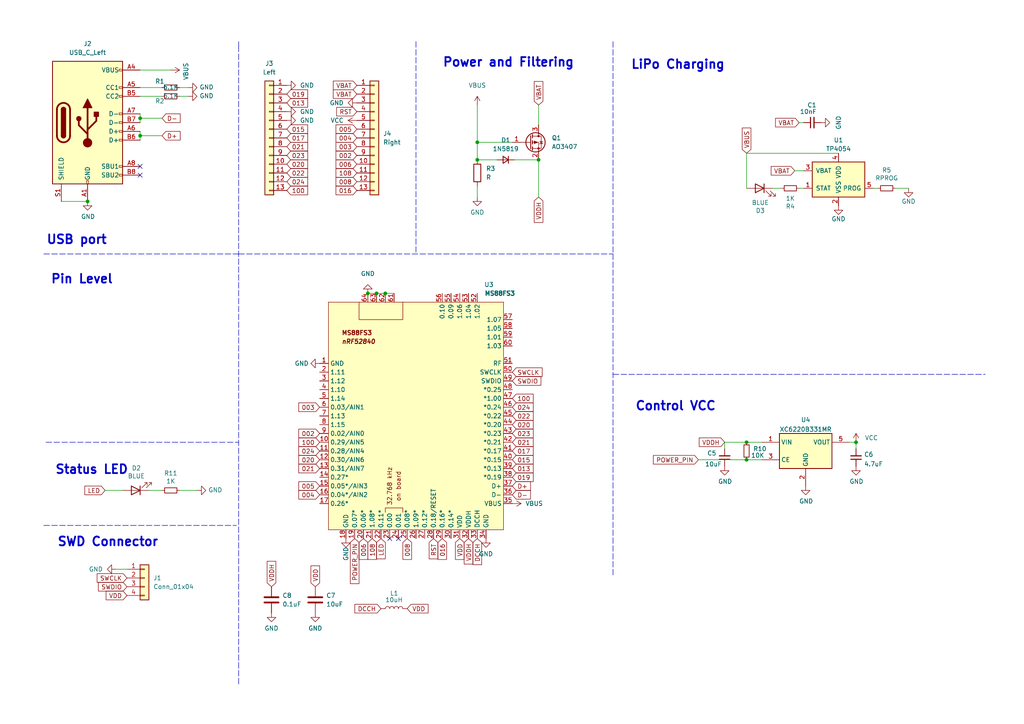
<source format=kicad_sch>
(kicad_sch (version 20211123) (generator eeschema)

  (uuid e63e39d7-6ac0-4ffd-8aa3-1841a4541b55)

  (paper "A4")

  (lib_symbols
    (symbol "Battery_Management:MCP73831-3-OT" (pin_names (offset 1.016)) (in_bom yes) (on_board yes)
      (property "Reference" "U" (id 0) (at -7.62 6.35 0)
        (effects (font (size 1.27 1.27)) (justify left))
      )
      (property "Value" "MCP73831-3-OT" (id 1) (at 1.27 6.35 0)
        (effects (font (size 1.27 1.27)) (justify left))
      )
      (property "Footprint" "Package_TO_SOT_SMD:SOT-23-5" (id 2) (at 1.27 -6.35 0)
        (effects (font (size 1.27 1.27) italic) (justify left) hide)
      )
      (property "Datasheet" "http://ww1.microchip.com/downloads/en/DeviceDoc/20001984g.pdf" (id 3) (at -3.81 -1.27 0)
        (effects (font (size 1.27 1.27)) hide)
      )
      (property "ki_keywords" "battery charger lithium" (id 4) (at 0 0 0)
        (effects (font (size 1.27 1.27)) hide)
      )
      (property "ki_description" "Single cell, Li-Ion/Li-Po charge management controller, 4.35V, Tri-State Status Output, in SOT23-5 package" (id 5) (at 0 0 0)
        (effects (font (size 1.27 1.27)) hide)
      )
      (property "ki_fp_filters" "SOT?23*" (id 6) (at 0 0 0)
        (effects (font (size 1.27 1.27)) hide)
      )
      (symbol "MCP73831-3-OT_0_1"
        (rectangle (start -7.62 5.08) (end 7.62 -5.08)
          (stroke (width 0.254) (type default) (color 0 0 0 0))
          (fill (type background))
        )
      )
      (symbol "MCP73831-3-OT_1_1"
        (pin output line (at 10.16 -2.54 180) (length 2.54)
          (name "STAT" (effects (font (size 1.27 1.27))))
          (number "1" (effects (font (size 1.27 1.27))))
        )
        (pin power_in line (at 0 -7.62 90) (length 2.54)
          (name "VSS" (effects (font (size 1.27 1.27))))
          (number "2" (effects (font (size 1.27 1.27))))
        )
        (pin power_out line (at 10.16 2.54 180) (length 2.54)
          (name "VBAT" (effects (font (size 1.27 1.27))))
          (number "3" (effects (font (size 1.27 1.27))))
        )
        (pin power_in line (at 0 7.62 270) (length 2.54)
          (name "VDD" (effects (font (size 1.27 1.27))))
          (number "4" (effects (font (size 1.27 1.27))))
        )
        (pin input line (at -10.16 -2.54 0) (length 2.54)
          (name "PROG" (effects (font (size 1.27 1.27))))
          (number "5" (effects (font (size 1.27 1.27))))
        )
      )
    )
    (symbol "Connector:USB_C_Receptacle_USB2.0" (pin_names (offset 1.016)) (in_bom yes) (on_board yes)
      (property "Reference" "J" (id 0) (at -10.16 19.05 0)
        (effects (font (size 1.27 1.27)) (justify left))
      )
      (property "Value" "USB_C_Receptacle_USB2.0" (id 1) (at 19.05 19.05 0)
        (effects (font (size 1.27 1.27)) (justify right))
      )
      (property "Footprint" "" (id 2) (at 3.81 0 0)
        (effects (font (size 1.27 1.27)) hide)
      )
      (property "Datasheet" "https://www.usb.org/sites/default/files/documents/usb_type-c.zip" (id 3) (at 3.81 0 0)
        (effects (font (size 1.27 1.27)) hide)
      )
      (property "ki_keywords" "usb universal serial bus type-C USB2.0" (id 4) (at 0 0 0)
        (effects (font (size 1.27 1.27)) hide)
      )
      (property "ki_description" "USB 2.0-only Type-C Receptacle connector" (id 5) (at 0 0 0)
        (effects (font (size 1.27 1.27)) hide)
      )
      (property "ki_fp_filters" "USB*C*Receptacle*" (id 6) (at 0 0 0)
        (effects (font (size 1.27 1.27)) hide)
      )
      (symbol "USB_C_Receptacle_USB2.0_0_0"
        (rectangle (start -0.254 -17.78) (end 0.254 -16.764)
          (stroke (width 0) (type default) (color 0 0 0 0))
          (fill (type none))
        )
        (rectangle (start 10.16 -14.986) (end 9.144 -15.494)
          (stroke (width 0) (type default) (color 0 0 0 0))
          (fill (type none))
        )
        (rectangle (start 10.16 -12.446) (end 9.144 -12.954)
          (stroke (width 0) (type default) (color 0 0 0 0))
          (fill (type none))
        )
        (rectangle (start 10.16 -4.826) (end 9.144 -5.334)
          (stroke (width 0) (type default) (color 0 0 0 0))
          (fill (type none))
        )
        (rectangle (start 10.16 -2.286) (end 9.144 -2.794)
          (stroke (width 0) (type default) (color 0 0 0 0))
          (fill (type none))
        )
        (rectangle (start 10.16 0.254) (end 9.144 -0.254)
          (stroke (width 0) (type default) (color 0 0 0 0))
          (fill (type none))
        )
        (rectangle (start 10.16 2.794) (end 9.144 2.286)
          (stroke (width 0) (type default) (color 0 0 0 0))
          (fill (type none))
        )
        (rectangle (start 10.16 7.874) (end 9.144 7.366)
          (stroke (width 0) (type default) (color 0 0 0 0))
          (fill (type none))
        )
        (rectangle (start 10.16 10.414) (end 9.144 9.906)
          (stroke (width 0) (type default) (color 0 0 0 0))
          (fill (type none))
        )
        (rectangle (start 10.16 15.494) (end 9.144 14.986)
          (stroke (width 0) (type default) (color 0 0 0 0))
          (fill (type none))
        )
      )
      (symbol "USB_C_Receptacle_USB2.0_0_1"
        (rectangle (start -10.16 17.78) (end 10.16 -17.78)
          (stroke (width 0.254) (type default) (color 0 0 0 0))
          (fill (type background))
        )
        (arc (start -8.89 -3.81) (mid -6.985 -5.715) (end -5.08 -3.81)
          (stroke (width 0.508) (type default) (color 0 0 0 0))
          (fill (type none))
        )
        (arc (start -7.62 -3.81) (mid -6.985 -4.445) (end -6.35 -3.81)
          (stroke (width 0.254) (type default) (color 0 0 0 0))
          (fill (type none))
        )
        (arc (start -7.62 -3.81) (mid -6.985 -4.445) (end -6.35 -3.81)
          (stroke (width 0.254) (type default) (color 0 0 0 0))
          (fill (type outline))
        )
        (rectangle (start -7.62 -3.81) (end -6.35 3.81)
          (stroke (width 0.254) (type default) (color 0 0 0 0))
          (fill (type outline))
        )
        (arc (start -6.35 3.81) (mid -6.985 4.445) (end -7.62 3.81)
          (stroke (width 0.254) (type default) (color 0 0 0 0))
          (fill (type none))
        )
        (arc (start -6.35 3.81) (mid -6.985 4.445) (end -7.62 3.81)
          (stroke (width 0.254) (type default) (color 0 0 0 0))
          (fill (type outline))
        )
        (arc (start -5.08 3.81) (mid -6.985 5.715) (end -8.89 3.81)
          (stroke (width 0.508) (type default) (color 0 0 0 0))
          (fill (type none))
        )
        (circle (center -2.54 1.143) (radius 0.635)
          (stroke (width 0.254) (type default) (color 0 0 0 0))
          (fill (type outline))
        )
        (circle (center 0 -5.842) (radius 1.27)
          (stroke (width 0) (type default) (color 0 0 0 0))
          (fill (type outline))
        )
        (polyline
          (pts
            (xy -8.89 -3.81)
            (xy -8.89 3.81)
          )
          (stroke (width 0.508) (type default) (color 0 0 0 0))
          (fill (type none))
        )
        (polyline
          (pts
            (xy -5.08 3.81)
            (xy -5.08 -3.81)
          )
          (stroke (width 0.508) (type default) (color 0 0 0 0))
          (fill (type none))
        )
        (polyline
          (pts
            (xy 0 -5.842)
            (xy 0 4.318)
          )
          (stroke (width 0.508) (type default) (color 0 0 0 0))
          (fill (type none))
        )
        (polyline
          (pts
            (xy 0 -3.302)
            (xy -2.54 -0.762)
            (xy -2.54 0.508)
          )
          (stroke (width 0.508) (type default) (color 0 0 0 0))
          (fill (type none))
        )
        (polyline
          (pts
            (xy 0 -2.032)
            (xy 2.54 0.508)
            (xy 2.54 1.778)
          )
          (stroke (width 0.508) (type default) (color 0 0 0 0))
          (fill (type none))
        )
        (polyline
          (pts
            (xy -1.27 4.318)
            (xy 0 6.858)
            (xy 1.27 4.318)
            (xy -1.27 4.318)
          )
          (stroke (width 0.254) (type default) (color 0 0 0 0))
          (fill (type outline))
        )
        (rectangle (start 1.905 1.778) (end 3.175 3.048)
          (stroke (width 0.254) (type default) (color 0 0 0 0))
          (fill (type outline))
        )
      )
      (symbol "USB_C_Receptacle_USB2.0_1_1"
        (pin passive line (at 0 -22.86 90) (length 5.08)
          (name "GND" (effects (font (size 1.27 1.27))))
          (number "A1" (effects (font (size 1.27 1.27))))
        )
        (pin passive line (at 0 -22.86 90) (length 5.08) hide
          (name "GND" (effects (font (size 1.27 1.27))))
          (number "A12" (effects (font (size 1.27 1.27))))
        )
        (pin passive line (at 15.24 15.24 180) (length 5.08)
          (name "VBUS" (effects (font (size 1.27 1.27))))
          (number "A4" (effects (font (size 1.27 1.27))))
        )
        (pin bidirectional line (at 15.24 10.16 180) (length 5.08)
          (name "CC1" (effects (font (size 1.27 1.27))))
          (number "A5" (effects (font (size 1.27 1.27))))
        )
        (pin bidirectional line (at 15.24 -2.54 180) (length 5.08)
          (name "D+" (effects (font (size 1.27 1.27))))
          (number "A6" (effects (font (size 1.27 1.27))))
        )
        (pin bidirectional line (at 15.24 2.54 180) (length 5.08)
          (name "D-" (effects (font (size 1.27 1.27))))
          (number "A7" (effects (font (size 1.27 1.27))))
        )
        (pin bidirectional line (at 15.24 -12.7 180) (length 5.08)
          (name "SBU1" (effects (font (size 1.27 1.27))))
          (number "A8" (effects (font (size 1.27 1.27))))
        )
        (pin passive line (at 15.24 15.24 180) (length 5.08) hide
          (name "VBUS" (effects (font (size 1.27 1.27))))
          (number "A9" (effects (font (size 1.27 1.27))))
        )
        (pin passive line (at 0 -22.86 90) (length 5.08) hide
          (name "GND" (effects (font (size 1.27 1.27))))
          (number "B1" (effects (font (size 1.27 1.27))))
        )
        (pin passive line (at 0 -22.86 90) (length 5.08) hide
          (name "GND" (effects (font (size 1.27 1.27))))
          (number "B12" (effects (font (size 1.27 1.27))))
        )
        (pin passive line (at 15.24 15.24 180) (length 5.08) hide
          (name "VBUS" (effects (font (size 1.27 1.27))))
          (number "B4" (effects (font (size 1.27 1.27))))
        )
        (pin bidirectional line (at 15.24 7.62 180) (length 5.08)
          (name "CC2" (effects (font (size 1.27 1.27))))
          (number "B5" (effects (font (size 1.27 1.27))))
        )
        (pin bidirectional line (at 15.24 -5.08 180) (length 5.08)
          (name "D+" (effects (font (size 1.27 1.27))))
          (number "B6" (effects (font (size 1.27 1.27))))
        )
        (pin bidirectional line (at 15.24 0 180) (length 5.08)
          (name "D-" (effects (font (size 1.27 1.27))))
          (number "B7" (effects (font (size 1.27 1.27))))
        )
        (pin bidirectional line (at 15.24 -15.24 180) (length 5.08)
          (name "SBU2" (effects (font (size 1.27 1.27))))
          (number "B8" (effects (font (size 1.27 1.27))))
        )
        (pin passive line (at 15.24 15.24 180) (length 5.08) hide
          (name "VBUS" (effects (font (size 1.27 1.27))))
          (number "B9" (effects (font (size 1.27 1.27))))
        )
        (pin passive line (at -7.62 -22.86 90) (length 5.08)
          (name "SHIELD" (effects (font (size 1.27 1.27))))
          (number "S1" (effects (font (size 1.27 1.27))))
        )
      )
    )
    (symbol "Connector_Generic:Conn_01x04" (pin_names (offset 1.016) hide) (in_bom yes) (on_board yes)
      (property "Reference" "J" (id 0) (at 0 5.08 0)
        (effects (font (size 1.27 1.27)))
      )
      (property "Value" "Conn_01x04" (id 1) (at 0 -7.62 0)
        (effects (font (size 1.27 1.27)))
      )
      (property "Footprint" "" (id 2) (at 0 0 0)
        (effects (font (size 1.27 1.27)) hide)
      )
      (property "Datasheet" "~" (id 3) (at 0 0 0)
        (effects (font (size 1.27 1.27)) hide)
      )
      (property "ki_keywords" "connector" (id 4) (at 0 0 0)
        (effects (font (size 1.27 1.27)) hide)
      )
      (property "ki_description" "Generic connector, single row, 01x04, script generated (kicad-library-utils/schlib/autogen/connector/)" (id 5) (at 0 0 0)
        (effects (font (size 1.27 1.27)) hide)
      )
      (property "ki_fp_filters" "Connector*:*_1x??_*" (id 6) (at 0 0 0)
        (effects (font (size 1.27 1.27)) hide)
      )
      (symbol "Conn_01x04_1_1"
        (rectangle (start -1.27 -4.953) (end 0 -5.207)
          (stroke (width 0.1524) (type default) (color 0 0 0 0))
          (fill (type none))
        )
        (rectangle (start -1.27 -2.413) (end 0 -2.667)
          (stroke (width 0.1524) (type default) (color 0 0 0 0))
          (fill (type none))
        )
        (rectangle (start -1.27 0.127) (end 0 -0.127)
          (stroke (width 0.1524) (type default) (color 0 0 0 0))
          (fill (type none))
        )
        (rectangle (start -1.27 2.667) (end 0 2.413)
          (stroke (width 0.1524) (type default) (color 0 0 0 0))
          (fill (type none))
        )
        (rectangle (start -1.27 3.81) (end 1.27 -6.35)
          (stroke (width 0.254) (type default) (color 0 0 0 0))
          (fill (type background))
        )
        (pin passive line (at -5.08 2.54 0) (length 3.81)
          (name "Pin_1" (effects (font (size 1.27 1.27))))
          (number "1" (effects (font (size 1.27 1.27))))
        )
        (pin passive line (at -5.08 0 0) (length 3.81)
          (name "Pin_2" (effects (font (size 1.27 1.27))))
          (number "2" (effects (font (size 1.27 1.27))))
        )
        (pin passive line (at -5.08 -2.54 0) (length 3.81)
          (name "Pin_3" (effects (font (size 1.27 1.27))))
          (number "3" (effects (font (size 1.27 1.27))))
        )
        (pin passive line (at -5.08 -5.08 0) (length 3.81)
          (name "Pin_4" (effects (font (size 1.27 1.27))))
          (number "4" (effects (font (size 1.27 1.27))))
        )
      )
    )
    (symbol "Connector_Generic:Conn_01x13" (pin_names (offset 1.016) hide) (in_bom yes) (on_board yes)
      (property "Reference" "J" (id 0) (at 0 17.78 0)
        (effects (font (size 1.27 1.27)))
      )
      (property "Value" "Conn_01x13" (id 1) (at 0 -17.78 0)
        (effects (font (size 1.27 1.27)))
      )
      (property "Footprint" "" (id 2) (at 0 0 0)
        (effects (font (size 1.27 1.27)) hide)
      )
      (property "Datasheet" "~" (id 3) (at 0 0 0)
        (effects (font (size 1.27 1.27)) hide)
      )
      (property "ki_keywords" "connector" (id 4) (at 0 0 0)
        (effects (font (size 1.27 1.27)) hide)
      )
      (property "ki_description" "Generic connector, single row, 01x13, script generated (kicad-library-utils/schlib/autogen/connector/)" (id 5) (at 0 0 0)
        (effects (font (size 1.27 1.27)) hide)
      )
      (property "ki_fp_filters" "Connector*:*_1x??_*" (id 6) (at 0 0 0)
        (effects (font (size 1.27 1.27)) hide)
      )
      (symbol "Conn_01x13_1_1"
        (rectangle (start -1.27 -15.113) (end 0 -15.367)
          (stroke (width 0.1524) (type default) (color 0 0 0 0))
          (fill (type none))
        )
        (rectangle (start -1.27 -12.573) (end 0 -12.827)
          (stroke (width 0.1524) (type default) (color 0 0 0 0))
          (fill (type none))
        )
        (rectangle (start -1.27 -10.033) (end 0 -10.287)
          (stroke (width 0.1524) (type default) (color 0 0 0 0))
          (fill (type none))
        )
        (rectangle (start -1.27 -7.493) (end 0 -7.747)
          (stroke (width 0.1524) (type default) (color 0 0 0 0))
          (fill (type none))
        )
        (rectangle (start -1.27 -4.953) (end 0 -5.207)
          (stroke (width 0.1524) (type default) (color 0 0 0 0))
          (fill (type none))
        )
        (rectangle (start -1.27 -2.413) (end 0 -2.667)
          (stroke (width 0.1524) (type default) (color 0 0 0 0))
          (fill (type none))
        )
        (rectangle (start -1.27 0.127) (end 0 -0.127)
          (stroke (width 0.1524) (type default) (color 0 0 0 0))
          (fill (type none))
        )
        (rectangle (start -1.27 2.667) (end 0 2.413)
          (stroke (width 0.1524) (type default) (color 0 0 0 0))
          (fill (type none))
        )
        (rectangle (start -1.27 5.207) (end 0 4.953)
          (stroke (width 0.1524) (type default) (color 0 0 0 0))
          (fill (type none))
        )
        (rectangle (start -1.27 7.747) (end 0 7.493)
          (stroke (width 0.1524) (type default) (color 0 0 0 0))
          (fill (type none))
        )
        (rectangle (start -1.27 10.287) (end 0 10.033)
          (stroke (width 0.1524) (type default) (color 0 0 0 0))
          (fill (type none))
        )
        (rectangle (start -1.27 12.827) (end 0 12.573)
          (stroke (width 0.1524) (type default) (color 0 0 0 0))
          (fill (type none))
        )
        (rectangle (start -1.27 15.367) (end 0 15.113)
          (stroke (width 0.1524) (type default) (color 0 0 0 0))
          (fill (type none))
        )
        (rectangle (start -1.27 16.51) (end 1.27 -16.51)
          (stroke (width 0.254) (type default) (color 0 0 0 0))
          (fill (type background))
        )
        (pin passive line (at -5.08 15.24 0) (length 3.81)
          (name "Pin_1" (effects (font (size 1.27 1.27))))
          (number "1" (effects (font (size 1.27 1.27))))
        )
        (pin passive line (at -5.08 -7.62 0) (length 3.81)
          (name "Pin_10" (effects (font (size 1.27 1.27))))
          (number "10" (effects (font (size 1.27 1.27))))
        )
        (pin passive line (at -5.08 -10.16 0) (length 3.81)
          (name "Pin_11" (effects (font (size 1.27 1.27))))
          (number "11" (effects (font (size 1.27 1.27))))
        )
        (pin passive line (at -5.08 -12.7 0) (length 3.81)
          (name "Pin_12" (effects (font (size 1.27 1.27))))
          (number "12" (effects (font (size 1.27 1.27))))
        )
        (pin passive line (at -5.08 -15.24 0) (length 3.81)
          (name "Pin_13" (effects (font (size 1.27 1.27))))
          (number "13" (effects (font (size 1.27 1.27))))
        )
        (pin passive line (at -5.08 12.7 0) (length 3.81)
          (name "Pin_2" (effects (font (size 1.27 1.27))))
          (number "2" (effects (font (size 1.27 1.27))))
        )
        (pin passive line (at -5.08 10.16 0) (length 3.81)
          (name "Pin_3" (effects (font (size 1.27 1.27))))
          (number "3" (effects (font (size 1.27 1.27))))
        )
        (pin passive line (at -5.08 7.62 0) (length 3.81)
          (name "Pin_4" (effects (font (size 1.27 1.27))))
          (number "4" (effects (font (size 1.27 1.27))))
        )
        (pin passive line (at -5.08 5.08 0) (length 3.81)
          (name "Pin_5" (effects (font (size 1.27 1.27))))
          (number "5" (effects (font (size 1.27 1.27))))
        )
        (pin passive line (at -5.08 2.54 0) (length 3.81)
          (name "Pin_6" (effects (font (size 1.27 1.27))))
          (number "6" (effects (font (size 1.27 1.27))))
        )
        (pin passive line (at -5.08 0 0) (length 3.81)
          (name "Pin_7" (effects (font (size 1.27 1.27))))
          (number "7" (effects (font (size 1.27 1.27))))
        )
        (pin passive line (at -5.08 -2.54 0) (length 3.81)
          (name "Pin_8" (effects (font (size 1.27 1.27))))
          (number "8" (effects (font (size 1.27 1.27))))
        )
        (pin passive line (at -5.08 -5.08 0) (length 3.81)
          (name "Pin_9" (effects (font (size 1.27 1.27))))
          (number "9" (effects (font (size 1.27 1.27))))
        )
      )
    )
    (symbol "Device:C" (pin_numbers hide) (pin_names (offset 0.254)) (in_bom yes) (on_board yes)
      (property "Reference" "C" (id 0) (at 0.635 2.54 0)
        (effects (font (size 1.27 1.27)) (justify left))
      )
      (property "Value" "C" (id 1) (at 0.635 -2.54 0)
        (effects (font (size 1.27 1.27)) (justify left))
      )
      (property "Footprint" "" (id 2) (at 0.9652 -3.81 0)
        (effects (font (size 1.27 1.27)) hide)
      )
      (property "Datasheet" "~" (id 3) (at 0 0 0)
        (effects (font (size 1.27 1.27)) hide)
      )
      (property "ki_keywords" "cap capacitor" (id 4) (at 0 0 0)
        (effects (font (size 1.27 1.27)) hide)
      )
      (property "ki_description" "Unpolarized capacitor" (id 5) (at 0 0 0)
        (effects (font (size 1.27 1.27)) hide)
      )
      (property "ki_fp_filters" "C_*" (id 6) (at 0 0 0)
        (effects (font (size 1.27 1.27)) hide)
      )
      (symbol "C_0_1"
        (polyline
          (pts
            (xy -2.032 -0.762)
            (xy 2.032 -0.762)
          )
          (stroke (width 0.508) (type default) (color 0 0 0 0))
          (fill (type none))
        )
        (polyline
          (pts
            (xy -2.032 0.762)
            (xy 2.032 0.762)
          )
          (stroke (width 0.508) (type default) (color 0 0 0 0))
          (fill (type none))
        )
      )
      (symbol "C_1_1"
        (pin passive line (at 0 3.81 270) (length 2.794)
          (name "~" (effects (font (size 1.27 1.27))))
          (number "1" (effects (font (size 1.27 1.27))))
        )
        (pin passive line (at 0 -3.81 90) (length 2.794)
          (name "~" (effects (font (size 1.27 1.27))))
          (number "2" (effects (font (size 1.27 1.27))))
        )
      )
    )
    (symbol "Device:C_Small" (pin_numbers hide) (pin_names (offset 0.254) hide) (in_bom yes) (on_board yes)
      (property "Reference" "C" (id 0) (at 0.254 1.778 0)
        (effects (font (size 1.27 1.27)) (justify left))
      )
      (property "Value" "C_Small" (id 1) (at 0.254 -2.032 0)
        (effects (font (size 1.27 1.27)) (justify left))
      )
      (property "Footprint" "" (id 2) (at 0 0 0)
        (effects (font (size 1.27 1.27)) hide)
      )
      (property "Datasheet" "~" (id 3) (at 0 0 0)
        (effects (font (size 1.27 1.27)) hide)
      )
      (property "ki_keywords" "capacitor cap" (id 4) (at 0 0 0)
        (effects (font (size 1.27 1.27)) hide)
      )
      (property "ki_description" "Unpolarized capacitor, small symbol" (id 5) (at 0 0 0)
        (effects (font (size 1.27 1.27)) hide)
      )
      (property "ki_fp_filters" "C_*" (id 6) (at 0 0 0)
        (effects (font (size 1.27 1.27)) hide)
      )
      (symbol "C_Small_0_1"
        (polyline
          (pts
            (xy -1.524 -0.508)
            (xy 1.524 -0.508)
          )
          (stroke (width 0.3302) (type default) (color 0 0 0 0))
          (fill (type none))
        )
        (polyline
          (pts
            (xy -1.524 0.508)
            (xy 1.524 0.508)
          )
          (stroke (width 0.3048) (type default) (color 0 0 0 0))
          (fill (type none))
        )
      )
      (symbol "C_Small_1_1"
        (pin passive line (at 0 2.54 270) (length 2.032)
          (name "~" (effects (font (size 1.27 1.27))))
          (number "1" (effects (font (size 1.27 1.27))))
        )
        (pin passive line (at 0 -2.54 90) (length 2.032)
          (name "~" (effects (font (size 1.27 1.27))))
          (number "2" (effects (font (size 1.27 1.27))))
        )
      )
    )
    (symbol "Device:D_Small" (pin_numbers hide) (pin_names (offset 0.254) hide) (in_bom yes) (on_board yes)
      (property "Reference" "D" (id 0) (at -1.27 2.032 0)
        (effects (font (size 1.27 1.27)) (justify left))
      )
      (property "Value" "D_Small" (id 1) (at -3.81 -2.032 0)
        (effects (font (size 1.27 1.27)) (justify left))
      )
      (property "Footprint" "" (id 2) (at 0 0 90)
        (effects (font (size 1.27 1.27)) hide)
      )
      (property "Datasheet" "~" (id 3) (at 0 0 90)
        (effects (font (size 1.27 1.27)) hide)
      )
      (property "ki_keywords" "diode" (id 4) (at 0 0 0)
        (effects (font (size 1.27 1.27)) hide)
      )
      (property "ki_description" "Diode, small symbol" (id 5) (at 0 0 0)
        (effects (font (size 1.27 1.27)) hide)
      )
      (property "ki_fp_filters" "TO-???* *_Diode_* *SingleDiode* D_*" (id 6) (at 0 0 0)
        (effects (font (size 1.27 1.27)) hide)
      )
      (symbol "D_Small_0_1"
        (polyline
          (pts
            (xy -0.762 -1.016)
            (xy -0.762 1.016)
          )
          (stroke (width 0.254) (type default) (color 0 0 0 0))
          (fill (type none))
        )
        (polyline
          (pts
            (xy -0.762 0)
            (xy 0.762 0)
          )
          (stroke (width 0) (type default) (color 0 0 0 0))
          (fill (type none))
        )
        (polyline
          (pts
            (xy 0.762 -1.016)
            (xy -0.762 0)
            (xy 0.762 1.016)
            (xy 0.762 -1.016)
          )
          (stroke (width 0.254) (type default) (color 0 0 0 0))
          (fill (type none))
        )
      )
      (symbol "D_Small_1_1"
        (pin passive line (at -2.54 0 0) (length 1.778)
          (name "K" (effects (font (size 1.27 1.27))))
          (number "1" (effects (font (size 1.27 1.27))))
        )
        (pin passive line (at 2.54 0 180) (length 1.778)
          (name "A" (effects (font (size 1.27 1.27))))
          (number "2" (effects (font (size 1.27 1.27))))
        )
      )
    )
    (symbol "Device:L" (pin_numbers hide) (pin_names (offset 1.016) hide) (in_bom yes) (on_board yes)
      (property "Reference" "L" (id 0) (at -1.27 0 90)
        (effects (font (size 1.27 1.27)))
      )
      (property "Value" "L" (id 1) (at 1.905 0 90)
        (effects (font (size 1.27 1.27)))
      )
      (property "Footprint" "" (id 2) (at 0 0 0)
        (effects (font (size 1.27 1.27)) hide)
      )
      (property "Datasheet" "~" (id 3) (at 0 0 0)
        (effects (font (size 1.27 1.27)) hide)
      )
      (property "ki_keywords" "inductor choke coil reactor magnetic" (id 4) (at 0 0 0)
        (effects (font (size 1.27 1.27)) hide)
      )
      (property "ki_description" "Inductor" (id 5) (at 0 0 0)
        (effects (font (size 1.27 1.27)) hide)
      )
      (property "ki_fp_filters" "Choke_* *Coil* Inductor_* L_*" (id 6) (at 0 0 0)
        (effects (font (size 1.27 1.27)) hide)
      )
      (symbol "L_0_1"
        (arc (start 0 -2.54) (mid 0.635 -1.905) (end 0 -1.27)
          (stroke (width 0) (type default) (color 0 0 0 0))
          (fill (type none))
        )
        (arc (start 0 -1.27) (mid 0.635 -0.635) (end 0 0)
          (stroke (width 0) (type default) (color 0 0 0 0))
          (fill (type none))
        )
        (arc (start 0 0) (mid 0.635 0.635) (end 0 1.27)
          (stroke (width 0) (type default) (color 0 0 0 0))
          (fill (type none))
        )
        (arc (start 0 1.27) (mid 0.635 1.905) (end 0 2.54)
          (stroke (width 0) (type default) (color 0 0 0 0))
          (fill (type none))
        )
      )
      (symbol "L_1_1"
        (pin passive line (at 0 3.81 270) (length 1.27)
          (name "1" (effects (font (size 1.27 1.27))))
          (number "1" (effects (font (size 1.27 1.27))))
        )
        (pin passive line (at 0 -3.81 90) (length 1.27)
          (name "2" (effects (font (size 1.27 1.27))))
          (number "2" (effects (font (size 1.27 1.27))))
        )
      )
    )
    (symbol "Device:LED" (pin_numbers hide) (pin_names (offset 1.016) hide) (in_bom yes) (on_board yes)
      (property "Reference" "D" (id 0) (at 0 2.54 0)
        (effects (font (size 1.27 1.27)))
      )
      (property "Value" "LED" (id 1) (at 0 -2.54 0)
        (effects (font (size 1.27 1.27)))
      )
      (property "Footprint" "" (id 2) (at 0 0 0)
        (effects (font (size 1.27 1.27)) hide)
      )
      (property "Datasheet" "~" (id 3) (at 0 0 0)
        (effects (font (size 1.27 1.27)) hide)
      )
      (property "ki_keywords" "LED diode" (id 4) (at 0 0 0)
        (effects (font (size 1.27 1.27)) hide)
      )
      (property "ki_description" "Light emitting diode" (id 5) (at 0 0 0)
        (effects (font (size 1.27 1.27)) hide)
      )
      (property "ki_fp_filters" "LED* LED_SMD:* LED_THT:*" (id 6) (at 0 0 0)
        (effects (font (size 1.27 1.27)) hide)
      )
      (symbol "LED_0_1"
        (polyline
          (pts
            (xy -1.27 -1.27)
            (xy -1.27 1.27)
          )
          (stroke (width 0.254) (type default) (color 0 0 0 0))
          (fill (type none))
        )
        (polyline
          (pts
            (xy -1.27 0)
            (xy 1.27 0)
          )
          (stroke (width 0) (type default) (color 0 0 0 0))
          (fill (type none))
        )
        (polyline
          (pts
            (xy 1.27 -1.27)
            (xy 1.27 1.27)
            (xy -1.27 0)
            (xy 1.27 -1.27)
          )
          (stroke (width 0.254) (type default) (color 0 0 0 0))
          (fill (type none))
        )
        (polyline
          (pts
            (xy -3.048 -0.762)
            (xy -4.572 -2.286)
            (xy -3.81 -2.286)
            (xy -4.572 -2.286)
            (xy -4.572 -1.524)
          )
          (stroke (width 0) (type default) (color 0 0 0 0))
          (fill (type none))
        )
        (polyline
          (pts
            (xy -1.778 -0.762)
            (xy -3.302 -2.286)
            (xy -2.54 -2.286)
            (xy -3.302 -2.286)
            (xy -3.302 -1.524)
          )
          (stroke (width 0) (type default) (color 0 0 0 0))
          (fill (type none))
        )
      )
      (symbol "LED_1_1"
        (pin passive line (at -3.81 0 0) (length 2.54)
          (name "K" (effects (font (size 1.27 1.27))))
          (number "1" (effects (font (size 1.27 1.27))))
        )
        (pin passive line (at 3.81 0 180) (length 2.54)
          (name "A" (effects (font (size 1.27 1.27))))
          (number "2" (effects (font (size 1.27 1.27))))
        )
      )
    )
    (symbol "Device:R" (pin_numbers hide) (pin_names (offset 0)) (in_bom yes) (on_board yes)
      (property "Reference" "R" (id 0) (at 2.032 0 90)
        (effects (font (size 1.27 1.27)))
      )
      (property "Value" "R" (id 1) (at 0 0 90)
        (effects (font (size 1.27 1.27)))
      )
      (property "Footprint" "" (id 2) (at -1.778 0 90)
        (effects (font (size 1.27 1.27)) hide)
      )
      (property "Datasheet" "~" (id 3) (at 0 0 0)
        (effects (font (size 1.27 1.27)) hide)
      )
      (property "ki_keywords" "R res resistor" (id 4) (at 0 0 0)
        (effects (font (size 1.27 1.27)) hide)
      )
      (property "ki_description" "Resistor" (id 5) (at 0 0 0)
        (effects (font (size 1.27 1.27)) hide)
      )
      (property "ki_fp_filters" "R_*" (id 6) (at 0 0 0)
        (effects (font (size 1.27 1.27)) hide)
      )
      (symbol "R_0_1"
        (rectangle (start -1.016 -2.54) (end 1.016 2.54)
          (stroke (width 0.254) (type default) (color 0 0 0 0))
          (fill (type none))
        )
      )
      (symbol "R_1_1"
        (pin passive line (at 0 3.81 270) (length 1.27)
          (name "~" (effects (font (size 1.27 1.27))))
          (number "1" (effects (font (size 1.27 1.27))))
        )
        (pin passive line (at 0 -3.81 90) (length 1.27)
          (name "~" (effects (font (size 1.27 1.27))))
          (number "2" (effects (font (size 1.27 1.27))))
        )
      )
    )
    (symbol "Device:R_Small" (pin_numbers hide) (pin_names (offset 0.254) hide) (in_bom yes) (on_board yes)
      (property "Reference" "R" (id 0) (at 0.762 0.508 0)
        (effects (font (size 1.27 1.27)) (justify left))
      )
      (property "Value" "R_Small" (id 1) (at 0.762 -1.016 0)
        (effects (font (size 1.27 1.27)) (justify left))
      )
      (property "Footprint" "" (id 2) (at 0 0 0)
        (effects (font (size 1.27 1.27)) hide)
      )
      (property "Datasheet" "~" (id 3) (at 0 0 0)
        (effects (font (size 1.27 1.27)) hide)
      )
      (property "ki_keywords" "R resistor" (id 4) (at 0 0 0)
        (effects (font (size 1.27 1.27)) hide)
      )
      (property "ki_description" "Resistor, small symbol" (id 5) (at 0 0 0)
        (effects (font (size 1.27 1.27)) hide)
      )
      (property "ki_fp_filters" "R_*" (id 6) (at 0 0 0)
        (effects (font (size 1.27 1.27)) hide)
      )
      (symbol "R_Small_0_1"
        (rectangle (start -0.762 1.778) (end 0.762 -1.778)
          (stroke (width 0.2032) (type default) (color 0 0 0 0))
          (fill (type none))
        )
      )
      (symbol "R_Small_1_1"
        (pin passive line (at 0 2.54 270) (length 0.762)
          (name "~" (effects (font (size 1.27 1.27))))
          (number "1" (effects (font (size 1.27 1.27))))
        )
        (pin passive line (at 0 -2.54 90) (length 0.762)
          (name "~" (effects (font (size 1.27 1.27))))
          (number "2" (effects (font (size 1.27 1.27))))
        )
      )
    )
    (symbol "Regulator_Linear:XC6220B331MR" (in_bom yes) (on_board yes)
      (property "Reference" "U" (id 0) (at 0 8.89 0)
        (effects (font (size 1.27 1.27)))
      )
      (property "Value" "XC6220B331MR" (id 1) (at 0 6.35 0)
        (effects (font (size 1.27 1.27)))
      )
      (property "Footprint" "Package_TO_SOT_SMD:SOT-23-5" (id 2) (at 0 0 0)
        (effects (font (size 1.27 1.27)) hide)
      )
      (property "Datasheet" "https://www.torexsemi.com/file/xc6220/XC6220.pdf" (id 3) (at 19.05 -25.4 0)
        (effects (font (size 1.27 1.27)) hide)
      )
      (property "ki_keywords" "LDO Voltage Regulator 1A" (id 4) (at 0 0 0)
        (effects (font (size 1.27 1.27)) hide)
      )
      (property "ki_description" "1A, Low Drop-out Voltage Regulator, Fixed Output 3.3V, SOT-23-5" (id 5) (at 0 0 0)
        (effects (font (size 1.27 1.27)) hide)
      )
      (property "ki_fp_filters" "SOT?23*" (id 6) (at 0 0 0)
        (effects (font (size 1.27 1.27)) hide)
      )
      (symbol "XC6220B331MR_0_1"
        (rectangle (start -7.62 5.08) (end 7.62 -5.08)
          (stroke (width 0.254) (type default) (color 0 0 0 0))
          (fill (type background))
        )
      )
      (symbol "XC6220B331MR_1_1"
        (pin power_in line (at -12.7 2.54 0) (length 5.08)
          (name "VIN" (effects (font (size 1.27 1.27))))
          (number "1" (effects (font (size 1.27 1.27))))
        )
        (pin power_in line (at 0 -10.16 90) (length 5.08)
          (name "GND" (effects (font (size 1.27 1.27))))
          (number "2" (effects (font (size 1.27 1.27))))
        )
        (pin input line (at -12.7 -2.54 0) (length 5.08)
          (name "CE" (effects (font (size 1.27 1.27))))
          (number "3" (effects (font (size 1.27 1.27))))
        )
        (pin no_connect line (at 7.62 -2.54 180) (length 5.08) hide
          (name "NC" (effects (font (size 1.27 1.27))))
          (number "4" (effects (font (size 1.27 1.27))))
        )
        (pin power_out line (at 12.7 2.54 180) (length 5.08)
          (name "VOUT" (effects (font (size 1.27 1.27))))
          (number "5" (effects (font (size 1.27 1.27))))
        )
      )
    )
    (symbol "Transistor_FET:AO3401A" (pin_names hide) (in_bom yes) (on_board yes)
      (property "Reference" "Q" (id 0) (at 5.08 1.905 0)
        (effects (font (size 1.27 1.27)) (justify left))
      )
      (property "Value" "AO3401A" (id 1) (at 5.08 0 0)
        (effects (font (size 1.27 1.27)) (justify left))
      )
      (property "Footprint" "Package_TO_SOT_SMD:SOT-23" (id 2) (at 5.08 -1.905 0)
        (effects (font (size 1.27 1.27) italic) (justify left) hide)
      )
      (property "Datasheet" "http://www.aosmd.com/pdfs/datasheet/AO3401A.pdf" (id 3) (at 0 0 0)
        (effects (font (size 1.27 1.27)) (justify left) hide)
      )
      (property "ki_keywords" "P-Channel MOSFET" (id 4) (at 0 0 0)
        (effects (font (size 1.27 1.27)) hide)
      )
      (property "ki_description" "-4.0A Id, -30V Vds, P-Channel MOSFET, SOT-23" (id 5) (at 0 0 0)
        (effects (font (size 1.27 1.27)) hide)
      )
      (property "ki_fp_filters" "SOT?23*" (id 6) (at 0 0 0)
        (effects (font (size 1.27 1.27)) hide)
      )
      (symbol "AO3401A_0_1"
        (polyline
          (pts
            (xy 0.254 0)
            (xy -2.54 0)
          )
          (stroke (width 0) (type default) (color 0 0 0 0))
          (fill (type none))
        )
        (polyline
          (pts
            (xy 0.254 1.905)
            (xy 0.254 -1.905)
          )
          (stroke (width 0.254) (type default) (color 0 0 0 0))
          (fill (type none))
        )
        (polyline
          (pts
            (xy 0.762 -1.27)
            (xy 0.762 -2.286)
          )
          (stroke (width 0.254) (type default) (color 0 0 0 0))
          (fill (type none))
        )
        (polyline
          (pts
            (xy 0.762 0.508)
            (xy 0.762 -0.508)
          )
          (stroke (width 0.254) (type default) (color 0 0 0 0))
          (fill (type none))
        )
        (polyline
          (pts
            (xy 0.762 2.286)
            (xy 0.762 1.27)
          )
          (stroke (width 0.254) (type default) (color 0 0 0 0))
          (fill (type none))
        )
        (polyline
          (pts
            (xy 2.54 2.54)
            (xy 2.54 1.778)
          )
          (stroke (width 0) (type default) (color 0 0 0 0))
          (fill (type none))
        )
        (polyline
          (pts
            (xy 2.54 -2.54)
            (xy 2.54 0)
            (xy 0.762 0)
          )
          (stroke (width 0) (type default) (color 0 0 0 0))
          (fill (type none))
        )
        (polyline
          (pts
            (xy 0.762 1.778)
            (xy 3.302 1.778)
            (xy 3.302 -1.778)
            (xy 0.762 -1.778)
          )
          (stroke (width 0) (type default) (color 0 0 0 0))
          (fill (type none))
        )
        (polyline
          (pts
            (xy 2.286 0)
            (xy 1.27 0.381)
            (xy 1.27 -0.381)
            (xy 2.286 0)
          )
          (stroke (width 0) (type default) (color 0 0 0 0))
          (fill (type outline))
        )
        (polyline
          (pts
            (xy 2.794 -0.508)
            (xy 2.921 -0.381)
            (xy 3.683 -0.381)
            (xy 3.81 -0.254)
          )
          (stroke (width 0) (type default) (color 0 0 0 0))
          (fill (type none))
        )
        (polyline
          (pts
            (xy 3.302 -0.381)
            (xy 2.921 0.254)
            (xy 3.683 0.254)
            (xy 3.302 -0.381)
          )
          (stroke (width 0) (type default) (color 0 0 0 0))
          (fill (type none))
        )
        (circle (center 1.651 0) (radius 2.794)
          (stroke (width 0.254) (type default) (color 0 0 0 0))
          (fill (type none))
        )
        (circle (center 2.54 -1.778) (radius 0.254)
          (stroke (width 0) (type default) (color 0 0 0 0))
          (fill (type outline))
        )
        (circle (center 2.54 1.778) (radius 0.254)
          (stroke (width 0) (type default) (color 0 0 0 0))
          (fill (type outline))
        )
      )
      (symbol "AO3401A_1_1"
        (pin input line (at -5.08 0 0) (length 2.54)
          (name "G" (effects (font (size 1.27 1.27))))
          (number "1" (effects (font (size 1.27 1.27))))
        )
        (pin passive line (at 2.54 -5.08 90) (length 2.54)
          (name "S" (effects (font (size 1.27 1.27))))
          (number "2" (effects (font (size 1.27 1.27))))
        )
        (pin passive line (at 2.54 5.08 270) (length 2.54)
          (name "D" (effects (font (size 1.27 1.27))))
          (number "3" (effects (font (size 1.27 1.27))))
        )
      )
    )
    (symbol "keeb_parts:R_Small" (pin_numbers hide) (pin_names (offset 0.254) hide) (in_bom yes) (on_board yes)
      (property "Reference" "R" (id 0) (at 0.762 0.508 0)
        (effects (font (size 1.27 1.27)) (justify left))
      )
      (property "Value" "keeb_parts_R_Small" (id 1) (at 0.762 -1.016 0)
        (effects (font (size 1.27 1.27)) (justify left))
      )
      (property "Footprint" "" (id 2) (at 0 0 0)
        (effects (font (size 1.27 1.27)) hide)
      )
      (property "Datasheet" "" (id 3) (at 0 0 0)
        (effects (font (size 1.27 1.27)) hide)
      )
      (property "ki_fp_filters" "R_*" (id 4) (at 0 0 0)
        (effects (font (size 1.27 1.27)) hide)
      )
      (symbol "R_Small_0_1"
        (rectangle (start -0.762 1.778) (end 0.762 -1.778)
          (stroke (width 0.2032) (type default) (color 0 0 0 0))
          (fill (type none))
        )
      )
      (symbol "R_Small_1_1"
        (pin passive line (at 0 2.54 270) (length 0.762)
          (name "~" (effects (font (size 1.27 1.27))))
          (number "1" (effects (font (size 1.27 1.27))))
        )
        (pin passive line (at 0 -2.54 90) (length 0.762)
          (name "~" (effects (font (size 1.27 1.27))))
          (number "2" (effects (font (size 1.27 1.27))))
        )
      )
    )
    (symbol "keeb_power:GND" (power) (pin_names (offset 0)) (in_bom yes) (on_board yes)
      (property "Reference" "#PWR" (id 0) (at 0 -6.35 0)
        (effects (font (size 1.27 1.27)) hide)
      )
      (property "Value" "keeb_power_GND" (id 1) (at 0 -3.81 0)
        (effects (font (size 1.27 1.27)))
      )
      (property "Footprint" "" (id 2) (at 0 0 0)
        (effects (font (size 1.27 1.27)) hide)
      )
      (property "Datasheet" "" (id 3) (at 0 0 0)
        (effects (font (size 1.27 1.27)) hide)
      )
      (symbol "GND_0_1"
        (polyline
          (pts
            (xy 0 0)
            (xy 0 -1.27)
            (xy 1.27 -1.27)
            (xy 0 -2.54)
            (xy -1.27 -1.27)
            (xy 0 -1.27)
          )
          (stroke (width 0) (type default) (color 0 0 0 0))
          (fill (type none))
        )
      )
      (symbol "GND_1_1"
        (pin power_in line (at 0 0 270) (length 0) hide
          (name "GND" (effects (font (size 1.27 1.27))))
          (number "1" (effects (font (size 1.27 1.27))))
        )
      )
    )
    (symbol "keeb_power:VBUS" (power) (pin_names (offset 0)) (in_bom yes) (on_board yes)
      (property "Reference" "#PWR" (id 0) (at 0 -3.81 0)
        (effects (font (size 1.27 1.27)) hide)
      )
      (property "Value" "keeb_power_VBUS" (id 1) (at 0 3.81 0)
        (effects (font (size 1.27 1.27)))
      )
      (property "Footprint" "" (id 2) (at 0 0 0)
        (effects (font (size 1.27 1.27)) hide)
      )
      (property "Datasheet" "" (id 3) (at 0 0 0)
        (effects (font (size 1.27 1.27)) hide)
      )
      (symbol "VBUS_0_1"
        (polyline
          (pts
            (xy -0.762 1.27)
            (xy 0 2.54)
          )
          (stroke (width 0) (type default) (color 0 0 0 0))
          (fill (type none))
        )
        (polyline
          (pts
            (xy 0 0)
            (xy 0 2.54)
          )
          (stroke (width 0) (type default) (color 0 0 0 0))
          (fill (type none))
        )
        (polyline
          (pts
            (xy 0 2.54)
            (xy 0.762 1.27)
          )
          (stroke (width 0) (type default) (color 0 0 0 0))
          (fill (type none))
        )
      )
      (symbol "VBUS_1_1"
        (pin power_in line (at 0 0 90) (length 0) hide
          (name "VBUS" (effects (font (size 1.27 1.27))))
          (number "1" (effects (font (size 1.27 1.27))))
        )
      )
    )
    (symbol "kien242:MS88FS3" (in_bom yes) (on_board yes)
      (property "Reference" "U" (id 0) (at 0 0 0)
        (effects (font (size 1.27 1.27)))
      )
      (property "Value" "MS88FS3" (id 1) (at 0 2.54 0)
        (effects (font (size 1.27 1.27) bold))
      )
      (property "Footprint" "" (id 2) (at 0 0 0)
        (effects (font (size 1.27 1.27)) hide)
      )
      (property "Datasheet" "" (id 3) (at 0 0 0)
        (effects (font (size 1.27 1.27)) hide)
      )
      (symbol "MS88FS3_0_0"
        (polyline
          (pts
            (xy -16.51 33.02)
            (xy -16.51 27.94)
            (xy -3.81 27.94)
            (xy -3.81 33.02)
          )
          (stroke (width 0) (type default) (color 0 0 0 0))
          (fill (type none))
        )
        (polyline
          (pts
            (xy -8.89 -27.94)
            (xy -8.89 -26.67)
            (xy -3.81 -26.67)
            (xy -3.81 -27.94)
          )
          (stroke (width 0) (type default) (color 0 0 0 0))
          (fill (type none))
        )
        (text "32.768 kHz" (at -7.62 -20.32 900)
          (effects (font (size 1.27 1.27)))
        )
        (text "MS88FS3" (at -21.59 24.13 0)
          (effects (font (size 1.27 1.27) bold) (justify left))
        )
        (text "nRF52840" (at -21.59 21.59 0)
          (effects (font (size 1.27 1.27) bold italic) (justify left))
        )
        (text "on board" (at -5.08 -20.32 900)
          (effects (font (size 1.27 1.27)))
        )
      )
      (symbol "MS88FS3_0_1"
        (rectangle (start -25.4 33.02) (end 25.4 -33.02)
          (stroke (width 0) (type default) (color 0 0 0 0))
          (fill (type background))
        )
      )
      (symbol "MS88FS3_1_1"
        (pin input line (at -27.94 15.24 0) (length 2.54)
          (name "GND" (effects (font (size 1.27 1.27))))
          (number "1" (effects (font (size 1.27 1.27))))
        )
        (pin input line (at -27.94 -7.62 0) (length 2.54)
          (name "0.29/AIN5" (effects (font (size 1.27 1.27))))
          (number "10" (effects (font (size 1.27 1.27))))
        )
        (pin input line (at -27.94 -10.16 0) (length 2.54)
          (name "0.28/AIN4" (effects (font (size 1.27 1.27))))
          (number "11" (effects (font (size 1.27 1.27))))
        )
        (pin input line (at -27.94 -12.7 0) (length 2.54)
          (name "0.30/AIN6" (effects (font (size 1.27 1.27))))
          (number "12" (effects (font (size 1.27 1.27))))
        )
        (pin input line (at -27.94 -15.24 0) (length 2.54)
          (name "0.31/AIN7" (effects (font (size 1.27 1.27))))
          (number "13" (effects (font (size 1.27 1.27))))
        )
        (pin input line (at -27.94 -17.78 0) (length 2.54)
          (name "0.27*" (effects (font (size 1.27 1.27))))
          (number "14" (effects (font (size 1.27 1.27))))
        )
        (pin input line (at -27.94 -20.32 0) (length 2.54)
          (name "0.05*/AIN3" (effects (font (size 1.27 1.27))))
          (number "15" (effects (font (size 1.27 1.27))))
        )
        (pin input line (at -27.94 -22.86 0) (length 2.54)
          (name "0.04*/AIN2" (effects (font (size 1.27 1.27))))
          (number "16" (effects (font (size 1.27 1.27))))
        )
        (pin input line (at -27.94 -25.4 0) (length 2.54)
          (name "0.26*" (effects (font (size 1.27 1.27))))
          (number "17" (effects (font (size 1.27 1.27))))
        )
        (pin input line (at -20.32 -35.56 90) (length 2.54)
          (name "GND" (effects (font (size 1.27 1.27))))
          (number "18" (effects (font (size 1.27 1.27))))
        )
        (pin input line (at -17.78 -35.56 90) (length 2.54)
          (name "0.07*" (effects (font (size 1.27 1.27))))
          (number "19" (effects (font (size 1.27 1.27))))
        )
        (pin input line (at -27.94 12.7 0) (length 2.54)
          (name "1.11" (effects (font (size 1.27 1.27))))
          (number "2" (effects (font (size 1.27 1.27))))
        )
        (pin input line (at -15.24 -35.56 90) (length 2.54)
          (name "0.06*" (effects (font (size 1.27 1.27))))
          (number "20" (effects (font (size 1.27 1.27))))
        )
        (pin input line (at -12.7 -35.56 90) (length 2.54)
          (name "1.08*" (effects (font (size 1.27 1.27))))
          (number "21" (effects (font (size 1.27 1.27))))
        )
        (pin input line (at -10.16 -35.56 90) (length 2.54)
          (name "0.11*" (effects (font (size 1.27 1.27))))
          (number "22" (effects (font (size 1.27 1.27))))
        )
        (pin input line (at -7.62 -35.56 90) (length 2.54)
          (name "0.00" (effects (font (size 1.27 1.27))))
          (number "23" (effects (font (size 1.27 1.27))))
        )
        (pin input line (at -5.08 -35.56 90) (length 2.54)
          (name "0.01" (effects (font (size 1.27 1.27))))
          (number "24" (effects (font (size 1.27 1.27))))
        )
        (pin input line (at -2.54 -35.56 90) (length 2.54)
          (name "0.08*" (effects (font (size 1.27 1.27))))
          (number "25" (effects (font (size 1.27 1.27))))
        )
        (pin input line (at 0 -35.56 90) (length 2.54)
          (name "1.09*" (effects (font (size 1.27 1.27))))
          (number "26" (effects (font (size 1.27 1.27))))
        )
        (pin input line (at 2.54 -35.56 90) (length 2.54)
          (name "0.12*" (effects (font (size 1.27 1.27))))
          (number "27" (effects (font (size 1.27 1.27))))
        )
        (pin input line (at 5.08 -35.56 90) (length 2.54)
          (name "0.18/RESET" (effects (font (size 1.27 1.27))))
          (number "28" (effects (font (size 1.27 1.27))))
        )
        (pin input line (at 7.62 -35.56 90) (length 2.54)
          (name "0.16*" (effects (font (size 1.27 1.27))))
          (number "29" (effects (font (size 1.27 1.27))))
        )
        (pin input line (at -27.94 10.16 0) (length 2.54)
          (name "1.12" (effects (font (size 1.27 1.27))))
          (number "3" (effects (font (size 1.27 1.27))))
        )
        (pin input line (at 10.16 -35.56 90) (length 2.54)
          (name "0.14*" (effects (font (size 1.27 1.27))))
          (number "30" (effects (font (size 1.27 1.27))))
        )
        (pin input line (at 12.7 -35.56 90) (length 2.54)
          (name "VDD" (effects (font (size 1.27 1.27))))
          (number "31" (effects (font (size 1.27 1.27))))
        )
        (pin input line (at 15.24 -35.56 90) (length 2.54)
          (name "VDDH" (effects (font (size 1.27 1.27))))
          (number "32" (effects (font (size 1.27 1.27))))
        )
        (pin input line (at 17.78 -35.56 90) (length 2.54)
          (name "DCCH" (effects (font (size 1.27 1.27))))
          (number "33" (effects (font (size 1.27 1.27))))
        )
        (pin input line (at 20.32 -35.56 90) (length 2.54)
          (name "GND" (effects (font (size 1.27 1.27))))
          (number "34" (effects (font (size 1.27 1.27))))
        )
        (pin input line (at 27.94 -25.4 180) (length 2.54)
          (name "VBUS" (effects (font (size 1.27 1.27))))
          (number "35" (effects (font (size 1.27 1.27))))
        )
        (pin input line (at 27.94 -22.86 180) (length 2.54)
          (name "D-" (effects (font (size 1.27 1.27))))
          (number "36" (effects (font (size 1.27 1.27))))
        )
        (pin input line (at 27.94 -20.32 180) (length 2.54)
          (name "D+" (effects (font (size 1.27 1.27))))
          (number "37" (effects (font (size 1.27 1.27))))
        )
        (pin input line (at 27.94 -17.78 180) (length 2.54)
          (name "*0.19" (effects (font (size 1.27 1.27))))
          (number "38" (effects (font (size 1.27 1.27))))
        )
        (pin input line (at 27.94 -15.24 180) (length 2.54)
          (name "*0.13" (effects (font (size 1.27 1.27))))
          (number "39" (effects (font (size 1.27 1.27))))
        )
        (pin input line (at -27.94 7.62 0) (length 2.54)
          (name "1.10" (effects (font (size 1.27 1.27))))
          (number "4" (effects (font (size 1.27 1.27))))
        )
        (pin input line (at 27.94 -12.7 180) (length 2.54)
          (name "*0.15" (effects (font (size 1.27 1.27))))
          (number "40" (effects (font (size 1.27 1.27))))
        )
        (pin input line (at 27.94 -10.16 180) (length 2.54)
          (name "*0.17" (effects (font (size 1.27 1.27))))
          (number "41" (effects (font (size 1.27 1.27))))
        )
        (pin input line (at 27.94 -7.62 180) (length 2.54)
          (name "*0.21" (effects (font (size 1.27 1.27))))
          (number "42" (effects (font (size 1.27 1.27))))
        )
        (pin input line (at 27.94 -5.08 180) (length 2.54)
          (name "*0.23" (effects (font (size 1.27 1.27))))
          (number "43" (effects (font (size 1.27 1.27))))
        )
        (pin input line (at 27.94 -2.54 180) (length 2.54)
          (name "*0.20" (effects (font (size 1.27 1.27))))
          (number "44" (effects (font (size 1.27 1.27))))
        )
        (pin input line (at 27.94 0 180) (length 2.54)
          (name "*0.22" (effects (font (size 1.27 1.27))))
          (number "45" (effects (font (size 1.27 1.27))))
        )
        (pin input line (at 27.94 2.54 180) (length 2.54)
          (name "*0.24" (effects (font (size 1.27 1.27))))
          (number "46" (effects (font (size 1.27 1.27))))
        )
        (pin input line (at 27.94 5.08 180) (length 2.54)
          (name "*1.00" (effects (font (size 1.27 1.27))))
          (number "47" (effects (font (size 1.27 1.27))))
        )
        (pin input line (at 27.94 7.62 180) (length 2.54)
          (name "*0.25" (effects (font (size 1.27 1.27))))
          (number "48" (effects (font (size 1.27 1.27))))
        )
        (pin input line (at 27.94 10.16 180) (length 2.54)
          (name "SWDIO" (effects (font (size 1.27 1.27))))
          (number "49" (effects (font (size 1.27 1.27))))
        )
        (pin input line (at -27.94 5.08 0) (length 2.54)
          (name "1.14" (effects (font (size 1.27 1.27))))
          (number "5" (effects (font (size 1.27 1.27))))
        )
        (pin input line (at 27.94 12.7 180) (length 2.54)
          (name "SWCLK" (effects (font (size 1.27 1.27))))
          (number "50" (effects (font (size 1.27 1.27))))
        )
        (pin input line (at 27.94 15.24 180) (length 2.54)
          (name "RF" (effects (font (size 1.27 1.27))))
          (number "51" (effects (font (size 1.27 1.27))))
        )
        (pin input line (at 17.78 35.56 270) (length 2.54)
          (name "1.02" (effects (font (size 1.27 1.27))))
          (number "52" (effects (font (size 1.27 1.27))))
        )
        (pin input line (at 15.24 35.56 270) (length 2.54)
          (name "1.04" (effects (font (size 1.27 1.27))))
          (number "53" (effects (font (size 1.27 1.27))))
        )
        (pin input line (at 12.7 35.56 270) (length 2.54)
          (name "1.06" (effects (font (size 1.27 1.27))))
          (number "54" (effects (font (size 1.27 1.27))))
        )
        (pin input line (at 10.16 35.56 270) (length 2.54)
          (name "0.09" (effects (font (size 1.27 1.27))))
          (number "55" (effects (font (size 1.27 1.27))))
        )
        (pin input line (at 7.62 35.56 270) (length 2.54)
          (name "0.10" (effects (font (size 1.27 1.27))))
          (number "56" (effects (font (size 1.27 1.27))))
        )
        (pin input line (at 27.94 27.94 180) (length 2.54)
          (name "1.07" (effects (font (size 1.27 1.27))))
          (number "57" (effects (font (size 1.27 1.27))))
        )
        (pin input line (at 27.94 25.4 180) (length 2.54)
          (name "1.05" (effects (font (size 1.27 1.27))))
          (number "58" (effects (font (size 1.27 1.27))))
        )
        (pin input line (at 27.94 22.86 180) (length 2.54)
          (name "1.01" (effects (font (size 1.27 1.27))))
          (number "59" (effects (font (size 1.27 1.27))))
        )
        (pin input line (at -27.94 2.54 0) (length 2.54)
          (name "0.03/AIN1" (effects (font (size 1.27 1.27))))
          (number "6" (effects (font (size 1.27 1.27))))
        )
        (pin input line (at 27.94 20.32 180) (length 2.54)
          (name "1.03" (effects (font (size 1.27 1.27))))
          (number "60" (effects (font (size 1.27 1.27))))
        )
        (pin input line (at -6.35 35.56 270) (length 2.54)
          (name "" (effects (font (size 1.27 1.27))))
          (number "61" (effects (font (size 1.27 1.27))))
        )
        (pin input line (at -8.89 35.56 270) (length 2.54)
          (name "" (effects (font (size 1.27 1.27))))
          (number "62" (effects (font (size 1.27 1.27))))
        )
        (pin input line (at -11.43 35.56 270) (length 2.54)
          (name "" (effects (font (size 1.27 1.27))))
          (number "63" (effects (font (size 1.27 1.27))))
        )
        (pin input line (at -13.97 35.56 270) (length 2.54)
          (name "" (effects (font (size 1.27 1.27))))
          (number "64" (effects (font (size 1.27 1.27))))
        )
        (pin input line (at -27.94 0 0) (length 2.54)
          (name "1.13" (effects (font (size 1.27 1.27))))
          (number "7" (effects (font (size 1.27 1.27))))
        )
        (pin input line (at -27.94 -2.54 0) (length 2.54)
          (name "1.15" (effects (font (size 1.27 1.27))))
          (number "8" (effects (font (size 1.27 1.27))))
        )
        (pin input line (at -27.94 -5.08 0) (length 2.54)
          (name "0.02/AIN0" (effects (font (size 1.27 1.27))))
          (number "9" (effects (font (size 1.27 1.27))))
        )
      )
    )
    (symbol "power:GND" (power) (pin_names (offset 0)) (in_bom yes) (on_board yes)
      (property "Reference" "#PWR" (id 0) (at 0 -6.35 0)
        (effects (font (size 1.27 1.27)) hide)
      )
      (property "Value" "GND" (id 1) (at 0 -3.81 0)
        (effects (font (size 1.27 1.27)))
      )
      (property "Footprint" "" (id 2) (at 0 0 0)
        (effects (font (size 1.27 1.27)) hide)
      )
      (property "Datasheet" "" (id 3) (at 0 0 0)
        (effects (font (size 1.27 1.27)) hide)
      )
      (property "ki_keywords" "power-flag" (id 4) (at 0 0 0)
        (effects (font (size 1.27 1.27)) hide)
      )
      (property "ki_description" "Power symbol creates a global label with name \"GND\" , ground" (id 5) (at 0 0 0)
        (effects (font (size 1.27 1.27)) hide)
      )
      (symbol "GND_0_1"
        (polyline
          (pts
            (xy 0 0)
            (xy 0 -1.27)
            (xy 1.27 -1.27)
            (xy 0 -2.54)
            (xy -1.27 -1.27)
            (xy 0 -1.27)
          )
          (stroke (width 0) (type default) (color 0 0 0 0))
          (fill (type none))
        )
      )
      (symbol "GND_1_1"
        (pin power_in line (at 0 0 270) (length 0) hide
          (name "GND" (effects (font (size 1.27 1.27))))
          (number "1" (effects (font (size 1.27 1.27))))
        )
      )
    )
    (symbol "power:VBUS" (power) (pin_names (offset 0)) (in_bom yes) (on_board yes)
      (property "Reference" "#PWR" (id 0) (at 0 -3.81 0)
        (effects (font (size 1.27 1.27)) hide)
      )
      (property "Value" "VBUS" (id 1) (at 0 3.81 0)
        (effects (font (size 1.27 1.27)))
      )
      (property "Footprint" "" (id 2) (at 0 0 0)
        (effects (font (size 1.27 1.27)) hide)
      )
      (property "Datasheet" "" (id 3) (at 0 0 0)
        (effects (font (size 1.27 1.27)) hide)
      )
      (property "ki_keywords" "power-flag" (id 4) (at 0 0 0)
        (effects (font (size 1.27 1.27)) hide)
      )
      (property "ki_description" "Power symbol creates a global label with name \"VBUS\"" (id 5) (at 0 0 0)
        (effects (font (size 1.27 1.27)) hide)
      )
      (symbol "VBUS_0_1"
        (polyline
          (pts
            (xy -0.762 1.27)
            (xy 0 2.54)
          )
          (stroke (width 0) (type default) (color 0 0 0 0))
          (fill (type none))
        )
        (polyline
          (pts
            (xy 0 0)
            (xy 0 2.54)
          )
          (stroke (width 0) (type default) (color 0 0 0 0))
          (fill (type none))
        )
        (polyline
          (pts
            (xy 0 2.54)
            (xy 0.762 1.27)
          )
          (stroke (width 0) (type default) (color 0 0 0 0))
          (fill (type none))
        )
      )
      (symbol "VBUS_1_1"
        (pin power_in line (at 0 0 90) (length 0) hide
          (name "VBUS" (effects (font (size 1.27 1.27))))
          (number "1" (effects (font (size 1.27 1.27))))
        )
      )
    )
    (symbol "power:VCC" (power) (pin_names (offset 0)) (in_bom yes) (on_board yes)
      (property "Reference" "#PWR" (id 0) (at 0 -3.81 0)
        (effects (font (size 1.27 1.27)) hide)
      )
      (property "Value" "VCC" (id 1) (at 0 3.81 0)
        (effects (font (size 1.27 1.27)))
      )
      (property "Footprint" "" (id 2) (at 0 0 0)
        (effects (font (size 1.27 1.27)) hide)
      )
      (property "Datasheet" "" (id 3) (at 0 0 0)
        (effects (font (size 1.27 1.27)) hide)
      )
      (property "ki_keywords" "power-flag" (id 4) (at 0 0 0)
        (effects (font (size 1.27 1.27)) hide)
      )
      (property "ki_description" "Power symbol creates a global label with name \"VCC\"" (id 5) (at 0 0 0)
        (effects (font (size 1.27 1.27)) hide)
      )
      (symbol "VCC_0_1"
        (polyline
          (pts
            (xy -0.762 1.27)
            (xy 0 2.54)
          )
          (stroke (width 0) (type default) (color 0 0 0 0))
          (fill (type none))
        )
        (polyline
          (pts
            (xy 0 0)
            (xy 0 2.54)
          )
          (stroke (width 0) (type default) (color 0 0 0 0))
          (fill (type none))
        )
        (polyline
          (pts
            (xy 0 2.54)
            (xy 0.762 1.27)
          )
          (stroke (width 0) (type default) (color 0 0 0 0))
          (fill (type none))
        )
      )
      (symbol "VCC_1_1"
        (pin power_in line (at 0 0 90) (length 0) hide
          (name "VCC" (effects (font (size 1.27 1.27))))
          (number "1" (effects (font (size 1.27 1.27))))
        )
      )
    )
  )

  (junction (at 156.21 46.355) (diameter 0) (color 0 0 0 0)
    (uuid 1187322a-691b-4b4f-b9f3-ab73baa472e1)
  )
  (junction (at 25.4 58.42) (diameter 0) (color 0 0 0 0)
    (uuid 11e5ad7c-b3cd-4d0a-b629-21b4d9115b6f)
  )
  (junction (at 216.535 128.27) (diameter 0) (color 0 0 0 0)
    (uuid 26795924-3ca6-437f-b7a2-cbe43dba4210)
  )
  (junction (at 109.22 85.09) (diameter 0) (color 0 0 0 0)
    (uuid 323166a4-910a-417b-8c7d-c03feb7ffad4)
  )
  (junction (at 138.43 41.275) (diameter 0) (color 0 0 0 0)
    (uuid 5ea2e8b5-88f8-4598-b730-cd09f73a0098)
  )
  (junction (at 216.535 133.35) (diameter 0) (color 0 0 0 0)
    (uuid 83b6434e-dde3-4901-b66c-668a9dde8733)
  )
  (junction (at 248.285 128.27) (diameter 0) (color 0 0 0 0)
    (uuid 88eaf8d9-c084-419e-b7a9-c1bcfcab3ebf)
  )
  (junction (at 40.64 39.37) (diameter 0) (color 0 0 0 0)
    (uuid 8f6999f5-dc78-43b0-8fa3-d632446e68d4)
  )
  (junction (at 138.43 46.355) (diameter 0) (color 0 0 0 0)
    (uuid ab09118a-39c6-4c8e-984e-18de878cb093)
  )
  (junction (at 40.64 34.29) (diameter 0) (color 0 0 0 0)
    (uuid b85b9c77-6086-4c0a-910c-d3f883dbc48f)
  )
  (junction (at 111.76 85.09) (diameter 0) (color 0 0 0 0)
    (uuid c98d36b8-9034-4cc3-842e-e855c4c8d2d2)
  )
  (junction (at 106.68 85.09) (diameter 0) (color 0 0 0 0)
    (uuid e9ceb823-c334-4f2e-8d99-229361de873b)
  )

  (no_connect (at 40.64 50.8) (uuid 4c2296af-32ad-43f5-a2a0-7acff7a8cb73))
  (no_connect (at 113.03 156.21) (uuid 6e2190a8-0a8f-4569-8c96-006456c6e6b2))
  (no_connect (at 115.57 156.21) (uuid 6fb29b39-d38b-4fe4-9627-ba1d524fd9c7))
  (no_connect (at 40.64 48.26) (uuid 764e9b26-4057-4449-8217-56505e0f3401))

  (wire (pts (xy 40.64 27.94) (xy 46.99 27.94))
    (stroke (width 0) (type default) (color 0 0 0 0))
    (uuid 005f7bba-a8a9-4e07-ad6d-de2e5146ff30)
  )
  (wire (pts (xy 202.565 133.35) (xy 216.535 133.35))
    (stroke (width 0) (type default) (color 0 0 0 0))
    (uuid 041b3463-f99f-4ef8-be1b-4a0f45d5be99)
  )
  (polyline (pts (xy 12.7 73.66) (xy 69.215 73.66))
    (stroke (width 0) (type default) (color 0 0 0 0))
    (uuid 083e1a17-4d2b-41f4-9f1b-ca7db66d10c6)
  )

  (wire (pts (xy 224.155 54.61) (xy 226.695 54.61))
    (stroke (width 0) (type solid) (color 0 0 0 0))
    (uuid 0eee4c23-ef8f-4b3d-8d90-b79b90339bcd)
  )
  (wire (pts (xy 30.48 142.24) (xy 35.56 142.24))
    (stroke (width 0) (type default) (color 0 0 0 0))
    (uuid 185e8460-ec34-4131-8b57-6a1374cce921)
  )
  (wire (pts (xy 52.07 142.24) (xy 57.15 142.24))
    (stroke (width 0) (type default) (color 0 0 0 0))
    (uuid 19e307b0-9d00-403a-8bb3-c92eee75b593)
  )
  (wire (pts (xy 156.21 57.15) (xy 156.21 46.355))
    (stroke (width 0) (type default) (color 0 0 0 0))
    (uuid 1c08460d-6e7c-4df7-88d1-0fe07c2002ce)
  )
  (wire (pts (xy 216.535 128.27) (xy 220.98 128.27))
    (stroke (width 0) (type solid) (color 0 0 0 0))
    (uuid 2479a9fc-aed5-45a9-9538-597f2fa12abb)
  )
  (wire (pts (xy 43.18 142.24) (xy 46.99 142.24))
    (stroke (width 0) (type default) (color 0 0 0 0))
    (uuid 35a12103-805d-4405-8e54-4107a0ca3f53)
  )
  (wire (pts (xy 216.535 44.45) (xy 216.535 54.61))
    (stroke (width 0) (type default) (color 0 0 0 0))
    (uuid 361e294c-ec58-4145-abfb-90f41ae9719d)
  )
  (wire (pts (xy 54.61 27.94) (xy 52.07 27.94))
    (stroke (width 0) (type default) (color 0 0 0 0))
    (uuid 4388a610-6af2-4754-ae87-0d8d8eb1ac3a)
  )
  (polyline (pts (xy 69.215 73.66) (xy 177.8 73.66))
    (stroke (width 0) (type default) (color 0 0 0 0))
    (uuid 44ceed4d-02f1-4589-87bb-12242eec59cf)
  )

  (wire (pts (xy 231.775 54.61) (xy 233.045 54.61))
    (stroke (width 0) (type solid) (color 0 0 0 0))
    (uuid 4595ea14-ae4a-4a56-bcb5-1f44ac81b24a)
  )
  (polyline (pts (xy 12.7 152.4) (xy 68.58 152.4))
    (stroke (width 0) (type default) (color 0 0 0 0))
    (uuid 4b190fd6-2f6b-4a84-b1ce-7ae7ccd5285f)
  )

  (wire (pts (xy 259.715 54.61) (xy 263.525 54.61))
    (stroke (width 0) (type solid) (color 0 0 0 0))
    (uuid 4d9964a0-c9a9-4e15-9ab6-da640c4990a1)
  )
  (wire (pts (xy 40.64 38.1) (xy 40.64 39.37))
    (stroke (width 0) (type default) (color 0 0 0 0))
    (uuid 5776c7b2-505a-4422-8b44-5d47c379972c)
  )
  (wire (pts (xy 40.64 39.37) (xy 46.99 39.37))
    (stroke (width 0) (type default) (color 0 0 0 0))
    (uuid 62c0e402-26ec-4088-8d79-57808d584333)
  )
  (wire (pts (xy 40.64 34.29) (xy 40.64 35.56))
    (stroke (width 0) (type default) (color 0 0 0 0))
    (uuid 67e2a415-7e2c-4286-aa8d-b50b7a0c7497)
  )
  (wire (pts (xy 138.43 41.275) (xy 148.59 41.275))
    (stroke (width 0) (type default) (color 0 0 0 0))
    (uuid 75efc0bd-87c1-45a6-b994-2b33098251b2)
  )
  (wire (pts (xy 40.64 33.02) (xy 40.64 34.29))
    (stroke (width 0) (type default) (color 0 0 0 0))
    (uuid 7b4f6d54-7ed6-4901-bb69-20ba0e1e7347)
  )
  (polyline (pts (xy 13.335 128.27) (xy 69.215 128.27))
    (stroke (width 0) (type default) (color 0 0 0 0))
    (uuid 7f0219d7-f801-4bc0-9074-00af159f1f32)
  )

  (wire (pts (xy 17.78 58.42) (xy 25.4 58.42))
    (stroke (width 0) (type default) (color 0 0 0 0))
    (uuid 833632e3-89a5-48d8-98b6-547be90ad674)
  )
  (wire (pts (xy 138.43 30.48) (xy 138.43 41.275))
    (stroke (width 0) (type default) (color 0 0 0 0))
    (uuid 892c0a33-5558-4da3-9898-42b7c4f9f611)
  )
  (wire (pts (xy 40.64 34.29) (xy 46.99 34.29))
    (stroke (width 0) (type default) (color 0 0 0 0))
    (uuid 8f9f93c7-6aa3-4a50-ba35-9921c7569940)
  )
  (wire (pts (xy 40.64 20.32) (xy 49.53 20.32))
    (stroke (width 0) (type default) (color 0 0 0 0))
    (uuid 8fb20e93-f7b0-4261-985f-c093706f08ba)
  )
  (wire (pts (xy 216.535 44.45) (xy 243.205 44.45))
    (stroke (width 0) (type solid) (color 0 0 0 0))
    (uuid 9012a81a-4742-4cfc-b3ef-a932ee8e054e)
  )
  (wire (pts (xy 106.68 85.09) (xy 109.22 85.09))
    (stroke (width 0) (type default) (color 0 0 0 0))
    (uuid 906b5f7a-936d-45b9-9540-4d3934a93429)
  )
  (wire (pts (xy 138.43 57.15) (xy 138.43 53.975))
    (stroke (width 0) (type default) (color 0 0 0 0))
    (uuid 9610153e-5f0c-4473-a153-ddc0b1072aa4)
  )
  (polyline (pts (xy 69.215 13.335) (xy 69.215 167.005))
    (stroke (width 0) (type default) (color 0 0 0 0))
    (uuid 99c24618-7c42-44ff-8b2e-8907a5455d99)
  )

  (wire (pts (xy 253.365 54.61) (xy 254.635 54.61))
    (stroke (width 0) (type solid) (color 0 0 0 0))
    (uuid 9c0c62b6-684e-469b-9759-d9a65b1ff015)
  )
  (wire (pts (xy 40.64 39.37) (xy 40.64 40.64))
    (stroke (width 0) (type default) (color 0 0 0 0))
    (uuid 9c7aa45e-8eb1-4329-b597-f032fa0dc66d)
  )
  (polyline (pts (xy 177.8 108.585) (xy 285.75 108.585))
    (stroke (width 0) (type default) (color 0 0 0 0))
    (uuid 9d5e7df5-7472-4dc8-a9fc-73987a422b16)
  )
  (polyline (pts (xy 120.65 12.065) (xy 120.65 73.66))
    (stroke (width 0) (type default) (color 0 0 0 0))
    (uuid 9e213702-4b97-465a-9655-8f14bd63b277)
  )

  (wire (pts (xy 248.285 128.27) (xy 248.285 130.175))
    (stroke (width 0) (type solid) (color 0 0 0 0))
    (uuid a1511268-85a7-4e3f-80bb-303e6d2919e8)
  )
  (wire (pts (xy 231.775 35.56) (xy 233.045 35.56))
    (stroke (width 0) (type default) (color 0 0 0 0))
    (uuid a263cb67-fe6a-4861-a470-99f40b20f701)
  )
  (wire (pts (xy 230.505 49.53) (xy 233.045 49.53))
    (stroke (width 0) (type solid) (color 0 0 0 0))
    (uuid a62d5d4e-5ccc-4ae7-a72b-e12ec909b781)
  )
  (polyline (pts (xy 69.215 12.065) (xy 69.215 13.335))
    (stroke (width 0) (type default) (color 0 0 0 0))
    (uuid aaaecfc7-8e8e-4872-bf17-bfdf592e9d21)
  )

  (wire (pts (xy 246.38 128.27) (xy 248.285 128.27))
    (stroke (width 0) (type solid) (color 0 0 0 0))
    (uuid babea015-3fe7-46cd-aaa7-3404de6c3a7a)
  )
  (wire (pts (xy 210.185 128.27) (xy 210.185 130.175))
    (stroke (width 0) (type solid) (color 0 0 0 0))
    (uuid bb3adeee-1a92-483a-ace7-e1ef71d12c76)
  )
  (wire (pts (xy 156.21 30.48) (xy 156.21 36.195))
    (stroke (width 0) (type default) (color 0 0 0 0))
    (uuid bdc41b5c-6d80-4e93-8c09-8255c5c03b61)
  )
  (wire (pts (xy 138.43 41.275) (xy 138.43 46.355))
    (stroke (width 0) (type default) (color 0 0 0 0))
    (uuid c045a282-0f58-4df1-850c-1c7a93c2396c)
  )
  (wire (pts (xy 111.76 85.09) (xy 114.3 85.09))
    (stroke (width 0) (type default) (color 0 0 0 0))
    (uuid c6e0a66c-1a0d-4a98-bcfd-2d9fcc773fcc)
  )
  (polyline (pts (xy 69.215 167.005) (xy 69.215 198.755))
    (stroke (width 0) (type default) (color 0 0 0 0))
    (uuid c9fd13d8-34fc-4eff-b8ce-cde6d5a9c87a)
  )

  (wire (pts (xy 33.655 165.1) (xy 36.83 165.1))
    (stroke (width 0) (type default) (color 0 0 0 0))
    (uuid cc2cc001-3014-4352-a9f3-8f23cffbd334)
  )
  (wire (pts (xy 138.43 46.355) (xy 144.145 46.355))
    (stroke (width 0) (type default) (color 0 0 0 0))
    (uuid cdefd2a4-c14c-42e8-a559-060a588a0af7)
  )
  (polyline (pts (xy 177.8 73.66) (xy 177.8 167.005))
    (stroke (width 0) (type default) (color 0 0 0 0))
    (uuid ce6fab27-0c0a-45c5-b304-bedf2a2363ca)
  )
  (polyline (pts (xy 177.8 12.065) (xy 177.8 73.66))
    (stroke (width 0) (type default) (color 0 0 0 0))
    (uuid d86f6a61-6d63-405f-828b-92a21cfffe51)
  )

  (wire (pts (xy 52.07 25.4) (xy 54.61 25.4))
    (stroke (width 0) (type default) (color 0 0 0 0))
    (uuid df689fde-5163-400f-8865-2f685726ded9)
  )
  (wire (pts (xy 149.225 46.355) (xy 156.21 46.355))
    (stroke (width 0) (type default) (color 0 0 0 0))
    (uuid dfe08e0a-5562-412a-a36d-1d6999751a04)
  )
  (wire (pts (xy 109.22 85.09) (xy 111.76 85.09))
    (stroke (width 0) (type default) (color 0 0 0 0))
    (uuid eaa51897-930a-4f8d-a8ef-555c39f2a2a9)
  )
  (wire (pts (xy 216.535 133.35) (xy 220.98 133.35))
    (stroke (width 0) (type solid) (color 0 0 0 0))
    (uuid eb77309c-52a2-46c2-b7dd-37439609f2bd)
  )
  (wire (pts (xy 40.64 25.4) (xy 46.99 25.4))
    (stroke (width 0) (type default) (color 0 0 0 0))
    (uuid fbe3d599-804b-4434-a0f7-d1228fca0003)
  )
  (wire (pts (xy 210.185 128.27) (xy 216.535 128.27))
    (stroke (width 0) (type solid) (color 0 0 0 0))
    (uuid ffe1efc0-4e7c-48ce-a91f-49b6fd31997b)
  )

  (text "Power and Filtering" (at 128.27 19.685 0)
    (effects (font (size 2.54 2.54) (thickness 0.508) bold) (justify left bottom))
    (uuid 09f6b727-b73b-4591-a484-7c0de0a910bf)
  )
  (text "Status LED" (at 15.875 137.795 0)
    (effects (font (size 2.54 2.54) (thickness 0.508) bold) (justify left bottom))
    (uuid b3781123-3187-48a3-85dc-d86e4def0d6a)
  )
  (text "LiPo Charging\n" (at 182.88 20.32 0)
    (effects (font (size 2.54 2.54) (thickness 0.508) bold) (justify left bottom))
    (uuid b3ed612d-4b95-418f-bfae-ed954c910011)
  )
  (text "Control VCC\n" (at 184.15 119.38 0)
    (effects (font (size 2.54 2.54) (thickness 0.508) bold) (justify left bottom))
    (uuid b5f68693-01fd-47c9-b617-85a6609e1dab)
  )
  (text "Pin Level" (at 14.605 82.55 0)
    (effects (font (size 2.54 2.54) (thickness 0.508) bold) (justify left bottom))
    (uuid d326ebbf-79b6-48d2-a6a7-ad8abb56bf3d)
  )
  (text "SWD Connector" (at 16.51 158.75 0)
    (effects (font (size 2.54 2.54) (thickness 0.508) bold) (justify left bottom))
    (uuid dd833fe9-3e27-4443-b300-ef655e704311)
  )
  (text "USB port\n" (at 13.335 71.12 0)
    (effects (font (size 2.54 2.54) (thickness 0.508) bold) (justify left bottom))
    (uuid fb7892a0-29e9-4d08-86e9-ed9ad1c00745)
  )

  (global_label "020" (shape input) (at 83.185 47.625 0) (fields_autoplaced)
    (effects (font (size 1.27 1.27)) (justify left))
    (uuid 0c873931-63b4-46db-be4c-5604dcf4dc3a)
    (property "Intersheet References" "${INTERSHEET_REFS}" (id 0) (at 89.2267 47.5456 0)
      (effects (font (size 1.27 1.27)) (justify left) hide)
    )
  )
  (global_label "D+" (shape input) (at 148.59 140.97 0) (fields_autoplaced)
    (effects (font (size 1.27 1.27)) (justify left))
    (uuid 0e99bc84-7b91-48e8-914f-64b870ddaaea)
    (property "Intersheet References" "${INTERSHEET_REFS}" (id 0) (at 153.7058 141.0494 0)
      (effects (font (size 1.27 1.27)) (justify left) hide)
    )
  )
  (global_label "003" (shape input) (at 92.71 118.11 180) (fields_autoplaced)
    (effects (font (size 1.27 1.27)) (justify right))
    (uuid 19fc57ae-92f4-4f14-a46a-94bb54e65494)
    (property "Intersheet References" "${INTERSHEET_REFS}" (id 0) (at 86.6683 118.0306 0)
      (effects (font (size 1.27 1.27)) (justify right) hide)
    )
  )
  (global_label "LED" (shape input) (at 30.48 142.24 180) (fields_autoplaced)
    (effects (font (size 1.27 1.27)) (justify right))
    (uuid 1c391ca7-e610-404c-bdff-cd84da814875)
    (property "Intersheet References" "${INTERSHEET_REFS}" (id 0) (at 24.6198 142.1606 0)
      (effects (font (size 1.27 1.27)) (justify right) hide)
    )
  )
  (global_label "002" (shape input) (at 103.505 45.085 180) (fields_autoplaced)
    (effects (font (size 1.27 1.27)) (justify right))
    (uuid 1d36a6a7-c072-464e-8183-2c502c0dee71)
    (property "Intersheet References" "${INTERSHEET_REFS}" (id 0) (at 97.4633 45.0056 0)
      (effects (font (size 1.27 1.27)) (justify right) hide)
    )
  )
  (global_label "RST" (shape input) (at 125.73 156.21 270) (fields_autoplaced)
    (effects (font (size 1.27 1.27)) (justify right))
    (uuid 1da291cc-3aa5-4632-8f99-7dae246a7f56)
    (property "Intersheet References" "${INTERSHEET_REFS}" (id 0) (at 125.8094 161.9305 90)
      (effects (font (size 1.27 1.27)) (justify right) hide)
    )
  )
  (global_label "004" (shape input) (at 92.71 143.51 180) (fields_autoplaced)
    (effects (font (size 1.27 1.27)) (justify right))
    (uuid 1ed75d45-791e-407e-9dc7-3289b0b17cdb)
    (property "Intersheet References" "${INTERSHEET_REFS}" (id 0) (at 86.6683 143.4306 0)
      (effects (font (size 1.27 1.27)) (justify right) hide)
    )
  )
  (global_label "020" (shape input) (at 92.71 133.35 180) (fields_autoplaced)
    (effects (font (size 1.27 1.27)) (justify right))
    (uuid 22eedb65-0c7a-4bb3-8732-dc86d1e1e8bf)
    (property "Intersheet References" "${INTERSHEET_REFS}" (id 0) (at 86.6683 133.4294 0)
      (effects (font (size 1.27 1.27)) (justify right) hide)
    )
  )
  (global_label "006" (shape input) (at 105.41 156.21 270) (fields_autoplaced)
    (effects (font (size 1.27 1.27)) (justify right))
    (uuid 23d64018-f9af-4f11-b181-e4667ab8ae20)
    (property "Intersheet References" "${INTERSHEET_REFS}" (id 0) (at 105.3306 162.2517 90)
      (effects (font (size 1.27 1.27)) (justify right) hide)
    )
  )
  (global_label "VBAT" (shape input) (at 103.505 27.305 180) (fields_autoplaced)
    (effects (font (size 1.27 1.27)) (justify right))
    (uuid 2edcb63f-69d8-4975-8c00-842aba129b8f)
    (property "Intersheet References" "${INTERSHEET_REFS}" (id 0) (at 96.6771 27.2256 0)
      (effects (font (size 1.27 1.27)) (justify right) hide)
    )
  )
  (global_label "POWER_PIN" (shape input) (at 102.87 156.21 270) (fields_autoplaced)
    (effects (font (size 1.27 1.27)) (justify right))
    (uuid 302f10e7-ea11-468e-a7b2-970a5fb4f69e)
    (property "Intersheet References" "${INTERSHEET_REFS}" (id 0) (at 102.7906 169.2669 90)
      (effects (font (size 1.27 1.27)) (justify right) hide)
    )
  )
  (global_label "004" (shape input) (at 103.505 40.005 180) (fields_autoplaced)
    (effects (font (size 1.27 1.27)) (justify right))
    (uuid 30b4ab6d-ab1d-40ab-8ecf-456b42de104c)
    (property "Intersheet References" "${INTERSHEET_REFS}" (id 0) (at 97.4633 39.9256 0)
      (effects (font (size 1.27 1.27)) (justify right) hide)
    )
  )
  (global_label "019" (shape input) (at 148.59 138.43 0) (fields_autoplaced)
    (effects (font (size 1.27 1.27)) (justify left))
    (uuid 32229c1c-5552-4751-98e6-79e14891c7aa)
    (property "Intersheet References" "${INTERSHEET_REFS}" (id 0) (at 154.6317 138.3506 0)
      (effects (font (size 1.27 1.27)) (justify left) hide)
    )
  )
  (global_label "005" (shape input) (at 92.71 140.97 180) (fields_autoplaced)
    (effects (font (size 1.27 1.27)) (justify right))
    (uuid 36df3924-e0d7-40c6-8e0c-e6d3c2532bf2)
    (property "Intersheet References" "${INTERSHEET_REFS}" (id 0) (at 86.6683 140.8906 0)
      (effects (font (size 1.27 1.27)) (justify right) hide)
    )
  )
  (global_label "015" (shape input) (at 83.185 37.465 0) (fields_autoplaced)
    (effects (font (size 1.27 1.27)) (justify left))
    (uuid 3c637344-7579-4ce9-bdfb-ade7a917a22d)
    (property "Intersheet References" "${INTERSHEET_REFS}" (id 0) (at 89.2267 37.3856 0)
      (effects (font (size 1.27 1.27)) (justify left) hide)
    )
  )
  (global_label "015" (shape input) (at 148.59 133.35 0) (fields_autoplaced)
    (effects (font (size 1.27 1.27)) (justify left))
    (uuid 402cf10e-f34b-4522-acc0-824cb7a5392f)
    (property "Intersheet References" "${INTERSHEET_REFS}" (id 0) (at 154.6317 133.2706 0)
      (effects (font (size 1.27 1.27)) (justify left) hide)
    )
  )
  (global_label "SWCLK" (shape input) (at 148.59 107.95 0) (fields_autoplaced)
    (effects (font (size 1.27 1.27)) (justify left))
    (uuid 43b23daf-d608-4350-bf79-4c6f2f9112a0)
    (property "Intersheet References" "${INTERSHEET_REFS}" (id 0) (at 157.0924 108.0294 0)
      (effects (font (size 1.27 1.27)) (justify left) hide)
    )
  )
  (global_label "022" (shape input) (at 83.185 50.165 0) (fields_autoplaced)
    (effects (font (size 1.27 1.27)) (justify left))
    (uuid 464894f4-c029-41b8-8894-e0008222ed20)
    (property "Intersheet References" "${INTERSHEET_REFS}" (id 0) (at 89.2267 50.0856 0)
      (effects (font (size 1.27 1.27)) (justify left) hide)
    )
  )
  (global_label "RST" (shape input) (at 103.505 32.385 180) (fields_autoplaced)
    (effects (font (size 1.27 1.27)) (justify right))
    (uuid 4b0e3bc5-10d0-4371-8371-c0be8c0e346a)
    (property "Intersheet References" "${INTERSHEET_REFS}" (id 0) (at 97.7845 32.4644 0)
      (effects (font (size 1.27 1.27)) (justify right) hide)
    )
  )
  (global_label "019" (shape input) (at 83.185 27.305 0) (fields_autoplaced)
    (effects (font (size 1.27 1.27)) (justify left))
    (uuid 4e289950-5800-4da1-ba21-ba8c2f9dc626)
    (property "Intersheet References" "${INTERSHEET_REFS}" (id 0) (at 89.2267 27.2256 0)
      (effects (font (size 1.27 1.27)) (justify left) hide)
    )
  )
  (global_label "VBUS" (shape input) (at 216.535 44.45 90) (fields_autoplaced)
    (effects (font (size 1.27 1.27)) (justify left))
    (uuid 4f76e7ee-823f-469d-bb6e-952f1542281b)
    (property "Intersheet References" "${INTERSHEET_REFS}" (id 0) (at 216.4556 37.2272 90)
      (effects (font (size 1.27 1.27)) (justify left) hide)
    )
  )
  (global_label "VDDH" (shape input) (at 135.89 156.21 270) (fields_autoplaced)
    (effects (font (size 1.27 1.27)) (justify right))
    (uuid 5193b92c-0f95-414f-9c12-4288fbf1289f)
    (property "Intersheet References" "${INTERSHEET_REFS}" (id 0) (at 135.9694 163.5821 90)
      (effects (font (size 1.27 1.27)) (justify right) hide)
    )
  )
  (global_label "017" (shape input) (at 148.59 130.81 0) (fields_autoplaced)
    (effects (font (size 1.27 1.27)) (justify left))
    (uuid 59177c5f-1d4f-463a-aabe-62734771b90a)
    (property "Intersheet References" "${INTERSHEET_REFS}" (id 0) (at 154.6317 130.7306 0)
      (effects (font (size 1.27 1.27)) (justify left) hide)
    )
  )
  (global_label "VDDH" (shape input) (at 156.21 57.15 270) (fields_autoplaced)
    (effects (font (size 1.27 1.27)) (justify right))
    (uuid 5bc37514-7a8a-4201-a8e8-86198af19c10)
    (property "Intersheet References" "${INTERSHEET_REFS}" (id 0) (at 156.2894 64.5221 90)
      (effects (font (size 1.27 1.27)) (justify right) hide)
    )
  )
  (global_label "023" (shape input) (at 83.185 45.085 0) (fields_autoplaced)
    (effects (font (size 1.27 1.27)) (justify left))
    (uuid 60b730b5-9822-498a-9027-77f5caa42e77)
    (property "Intersheet References" "${INTERSHEET_REFS}" (id 0) (at 89.2267 45.0056 0)
      (effects (font (size 1.27 1.27)) (justify left) hide)
    )
  )
  (global_label "VBAT" (shape input) (at 230.505 49.53 180) (fields_autoplaced)
    (effects (font (size 1.27 1.27)) (justify right))
    (uuid 6135e89c-d328-447c-a770-6b2c920578ce)
    (property "Intersheet References" "${INTERSHEET_REFS}" (id 0) (at 223.766 49.4506 0)
      (effects (font (size 1.27 1.27)) (justify right) hide)
    )
  )
  (global_label "002" (shape input) (at 92.71 125.73 180) (fields_autoplaced)
    (effects (font (size 1.27 1.27)) (justify right))
    (uuid 68c4d5e7-e86f-4055-ac43-bc817d59af3e)
    (property "Intersheet References" "${INTERSHEET_REFS}" (id 0) (at 86.6683 125.6506 0)
      (effects (font (size 1.27 1.27)) (justify right) hide)
    )
  )
  (global_label "017" (shape input) (at 83.185 40.005 0) (fields_autoplaced)
    (effects (font (size 1.27 1.27)) (justify left))
    (uuid 7011271b-972d-495f-898c-95fa20190dac)
    (property "Intersheet References" "${INTERSHEET_REFS}" (id 0) (at 89.2267 39.9256 0)
      (effects (font (size 1.27 1.27)) (justify left) hide)
    )
  )
  (global_label "VDD" (shape input) (at 118.11 176.53 0) (fields_autoplaced)
    (effects (font (size 1.27 1.27)) (justify left))
    (uuid 76329ebf-362f-458d-bcae-6914e50b808f)
    (property "Intersheet References" "${INTERSHEET_REFS}" (id 0) (at 124.1517 176.4506 0)
      (effects (font (size 1.27 1.27)) (justify left) hide)
    )
  )
  (global_label "VBAT" (shape input) (at 103.505 24.765 180) (fields_autoplaced)
    (effects (font (size 1.27 1.27)) (justify right))
    (uuid 7e540c88-b84d-4388-8437-b417fdc7497f)
    (property "Intersheet References" "${INTERSHEET_REFS}" (id 0) (at 96.6771 24.6856 0)
      (effects (font (size 1.27 1.27)) (justify right) hide)
    )
  )
  (global_label "SWDIO" (shape input) (at 36.83 170.18 180) (fields_autoplaced)
    (effects (font (size 1.27 1.27)) (justify right))
    (uuid 874c218a-578e-4a62-a8c1-fe8414dd125f)
    (property "Intersheet References" "${INTERSHEET_REFS}" (id 0) (at 28.6904 170.2594 0)
      (effects (font (size 1.27 1.27)) (justify right) hide)
    )
  )
  (global_label "100" (shape input) (at 92.71 128.27 180) (fields_autoplaced)
    (effects (font (size 1.27 1.27)) (justify right))
    (uuid 8b58268a-32d1-4aa0-b6d0-a4503ffa18be)
    (property "Intersheet References" "${INTERSHEET_REFS}" (id 0) (at 86.6683 128.1906 0)
      (effects (font (size 1.27 1.27)) (justify right) hide)
    )
  )
  (global_label "VDD" (shape input) (at 91.44 170.18 90) (fields_autoplaced)
    (effects (font (size 1.27 1.27)) (justify left))
    (uuid 8ba9c3fb-46f6-4875-a664-e313ccfeba0c)
    (property "Intersheet References" "${INTERSHEET_REFS}" (id 0) (at 91.3606 164.1383 90)
      (effects (font (size 1.27 1.27)) (justify left) hide)
    )
  )
  (global_label "D-" (shape input) (at 148.59 143.51 0) (fields_autoplaced)
    (effects (font (size 1.27 1.27)) (justify left))
    (uuid 93de6b54-010c-4a31-a08a-d11be2aedd9d)
    (property "Intersheet References" "${INTERSHEET_REFS}" (id 0) (at 153.7058 143.4306 0)
      (effects (font (size 1.27 1.27)) (justify left) hide)
    )
  )
  (global_label "024" (shape input) (at 83.185 52.705 0) (fields_autoplaced)
    (effects (font (size 1.27 1.27)) (justify left))
    (uuid 94eeef55-4c9f-4ba5-a41f-8ebff896009b)
    (property "Intersheet References" "${INTERSHEET_REFS}" (id 0) (at 89.2267 52.6256 0)
      (effects (font (size 1.27 1.27)) (justify left) hide)
    )
  )
  (global_label "020" (shape input) (at 148.59 123.19 0) (fields_autoplaced)
    (effects (font (size 1.27 1.27)) (justify left))
    (uuid 986f81cd-d8a7-4a7d-abb1-007e2b1fe16d)
    (property "Intersheet References" "${INTERSHEET_REFS}" (id 0) (at 154.6317 123.1106 0)
      (effects (font (size 1.27 1.27)) (justify left) hide)
    )
  )
  (global_label "108" (shape input) (at 107.95 156.21 270) (fields_autoplaced)
    (effects (font (size 1.27 1.27)) (justify right))
    (uuid 9b27b8ee-e541-4c24-aca2-a9f76a4227ff)
    (property "Intersheet References" "${INTERSHEET_REFS}" (id 0) (at 107.8706 162.2517 90)
      (effects (font (size 1.27 1.27)) (justify right) hide)
    )
  )
  (global_label "VBAT" (shape input) (at 231.775 35.56 180) (fields_autoplaced)
    (effects (font (size 1.27 1.27)) (justify right))
    (uuid 9dba7358-6991-41b4-8863-94319ee8ac44)
    (property "Intersheet References" "${INTERSHEET_REFS}" (id 0) (at 225.036 35.4806 0)
      (effects (font (size 1.27 1.27)) (justify right) hide)
    )
  )
  (global_label "023" (shape input) (at 148.59 125.73 0) (fields_autoplaced)
    (effects (font (size 1.27 1.27)) (justify left))
    (uuid 9f31cd37-5670-44c5-b584-19aaa0b197be)
    (property "Intersheet References" "${INTERSHEET_REFS}" (id 0) (at 154.6317 125.6506 0)
      (effects (font (size 1.27 1.27)) (justify left) hide)
    )
  )
  (global_label "013" (shape input) (at 83.185 29.845 0) (fields_autoplaced)
    (effects (font (size 1.27 1.27)) (justify left))
    (uuid 9f4d955b-fe9e-4a0e-a4bf-aa1a7535e89b)
    (property "Intersheet References" "${INTERSHEET_REFS}" (id 0) (at 89.2267 29.7656 0)
      (effects (font (size 1.27 1.27)) (justify left) hide)
    )
  )
  (global_label "024" (shape input) (at 148.59 118.11 0) (fields_autoplaced)
    (effects (font (size 1.27 1.27)) (justify left))
    (uuid 9f813ed2-b3c9-4438-aee5-f55e62088cb5)
    (property "Intersheet References" "${INTERSHEET_REFS}" (id 0) (at 154.6317 118.0306 0)
      (effects (font (size 1.27 1.27)) (justify left) hide)
    )
  )
  (global_label "D-" (shape input) (at 46.99 34.29 0) (fields_autoplaced)
    (effects (font (size 1.27 1.27)) (justify left))
    (uuid 9f9d4e75-460b-4229-b546-57433be75d08)
    (property "Intersheet References" "${INTERSHEET_REFS}" (id 0) (at 52.1058 34.2106 0)
      (effects (font (size 1.27 1.27)) (justify left) hide)
    )
  )
  (global_label "024" (shape input) (at 92.71 130.81 180) (fields_autoplaced)
    (effects (font (size 1.27 1.27)) (justify right))
    (uuid a08a5e65-d3c3-4fe6-8878-404ede016d0b)
    (property "Intersheet References" "${INTERSHEET_REFS}" (id 0) (at 86.6683 130.8894 0)
      (effects (font (size 1.27 1.27)) (justify right) hide)
    )
  )
  (global_label "DCCH" (shape input) (at 138.43 156.21 270) (fields_autoplaced)
    (effects (font (size 1.27 1.27)) (justify right))
    (uuid a2933b57-9766-4a1a-b1e7-243b0bcefe1e)
    (property "Intersheet References" "${INTERSHEET_REFS}" (id 0) (at 138.3506 163.7636 90)
      (effects (font (size 1.27 1.27)) (justify right) hide)
    )
  )
  (global_label "021" (shape input) (at 92.71 135.89 180) (fields_autoplaced)
    (effects (font (size 1.27 1.27)) (justify right))
    (uuid a65e66d0-e826-4e1c-8daa-977d7ca31e0d)
    (property "Intersheet References" "${INTERSHEET_REFS}" (id 0) (at 86.6683 135.8106 0)
      (effects (font (size 1.27 1.27)) (justify right) hide)
    )
  )
  (global_label "003" (shape input) (at 103.505 42.545 180) (fields_autoplaced)
    (effects (font (size 1.27 1.27)) (justify right))
    (uuid abae3855-fa5f-406a-bd46-a17b6b3c6100)
    (property "Intersheet References" "${INTERSHEET_REFS}" (id 0) (at 97.4633 42.4656 0)
      (effects (font (size 1.27 1.27)) (justify right) hide)
    )
  )
  (global_label "100" (shape input) (at 148.59 115.57 0) (fields_autoplaced)
    (effects (font (size 1.27 1.27)) (justify left))
    (uuid aedae04a-a24a-464c-90cf-49fdc2ff00d8)
    (property "Intersheet References" "${INTERSHEET_REFS}" (id 0) (at 154.6317 115.4906 0)
      (effects (font (size 1.27 1.27)) (justify left) hide)
    )
  )
  (global_label "008" (shape input) (at 118.11 156.21 270) (fields_autoplaced)
    (effects (font (size 1.27 1.27)) (justify right))
    (uuid b4a15c48-ea14-429e-98e0-ae3dae6fa782)
    (property "Intersheet References" "${INTERSHEET_REFS}" (id 0) (at 118.0306 162.2517 90)
      (effects (font (size 1.27 1.27)) (justify right) hide)
    )
  )
  (global_label "VDDH" (shape input) (at 210.185 128.27 180) (fields_autoplaced)
    (effects (font (size 1.27 1.27)) (justify right))
    (uuid b61e78c1-958a-4345-a047-f6894dcd028d)
    (property "Intersheet References" "${INTERSHEET_REFS}" (id 0) (at 202.8129 128.3494 0)
      (effects (font (size 1.27 1.27)) (justify right) hide)
    )
  )
  (global_label "VDD" (shape input) (at 36.83 172.72 180) (fields_autoplaced)
    (effects (font (size 1.27 1.27)) (justify right))
    (uuid b71ddef6-c4f1-4638-88a2-70b8198ce713)
    (property "Intersheet References" "${INTERSHEET_REFS}" (id 0) (at 30.7883 172.6406 0)
      (effects (font (size 1.27 1.27)) (justify right) hide)
    )
  )
  (global_label "100" (shape input) (at 83.185 55.245 0) (fields_autoplaced)
    (effects (font (size 1.27 1.27)) (justify left))
    (uuid b82f3dad-aca4-4734-9674-f046fc41bb72)
    (property "Intersheet References" "${INTERSHEET_REFS}" (id 0) (at 89.2267 55.1656 0)
      (effects (font (size 1.27 1.27)) (justify left) hide)
    )
  )
  (global_label "D+" (shape input) (at 46.99 39.37 0) (fields_autoplaced)
    (effects (font (size 1.27 1.27)) (justify left))
    (uuid b9d7e704-05fd-4e1e-9a19-5200b9526e44)
    (property "Intersheet References" "${INTERSHEET_REFS}" (id 0) (at 52.1058 39.4494 0)
      (effects (font (size 1.27 1.27)) (justify left) hide)
    )
  )
  (global_label "005" (shape input) (at 103.505 37.465 180) (fields_autoplaced)
    (effects (font (size 1.27 1.27)) (justify right))
    (uuid baa7b255-57fc-4453-a9c4-11ba85834761)
    (property "Intersheet References" "${INTERSHEET_REFS}" (id 0) (at 97.4633 37.3856 0)
      (effects (font (size 1.27 1.27)) (justify right) hide)
    )
  )
  (global_label "POWER_PIN" (shape input) (at 202.565 133.35 180) (fields_autoplaced)
    (effects (font (size 1.27 1.27)) (justify right))
    (uuid be98d2a2-7d36-4a73-94b3-c73f117673cd)
    (property "Intersheet References" "${INTERSHEET_REFS}" (id 0) (at 189.5081 133.2706 0)
      (effects (font (size 1.27 1.27)) (justify right) hide)
    )
  )
  (global_label "016" (shape input) (at 103.505 55.245 180) (fields_autoplaced)
    (effects (font (size 1.27 1.27)) (justify right))
    (uuid cab60a96-a031-4c7a-a366-9f02cc930c35)
    (property "Intersheet References" "${INTERSHEET_REFS}" (id 0) (at 97.4633 55.1656 0)
      (effects (font (size 1.27 1.27)) (justify right) hide)
    )
  )
  (global_label "013" (shape input) (at 148.59 135.89 0) (fields_autoplaced)
    (effects (font (size 1.27 1.27)) (justify left))
    (uuid cadff9d3-5526-48e6-8ecf-a09408a35e56)
    (property "Intersheet References" "${INTERSHEET_REFS}" (id 0) (at 154.6317 135.8106 0)
      (effects (font (size 1.27 1.27)) (justify left) hide)
    )
  )
  (global_label "SWCLK" (shape input) (at 36.83 167.64 180) (fields_autoplaced)
    (effects (font (size 1.27 1.27)) (justify right))
    (uuid cbcd0d64-a8b4-4e90-93e0-a9eb5a170c87)
    (property "Intersheet References" "${INTERSHEET_REFS}" (id 0) (at 28.3276 167.7194 0)
      (effects (font (size 1.27 1.27)) (justify right) hide)
    )
  )
  (global_label "108" (shape input) (at 103.505 50.165 180) (fields_autoplaced)
    (effects (font (size 1.27 1.27)) (justify right))
    (uuid cd182944-0e51-47f7-9587-aaa315f0a237)
    (property "Intersheet References" "${INTERSHEET_REFS}" (id 0) (at 97.4633 50.0856 0)
      (effects (font (size 1.27 1.27)) (justify right) hide)
    )
  )
  (global_label "LED" (shape input) (at 110.49 156.21 270) (fields_autoplaced)
    (effects (font (size 1.27 1.27)) (justify right))
    (uuid cd62525c-1b9d-40e3-918d-998a59cca4ed)
    (property "Intersheet References" "${INTERSHEET_REFS}" (id 0) (at 110.4106 162.0702 90)
      (effects (font (size 1.27 1.27)) (justify right) hide)
    )
  )
  (global_label "021" (shape input) (at 83.185 42.545 0) (fields_autoplaced)
    (effects (font (size 1.27 1.27)) (justify left))
    (uuid ce2ccb11-067d-4749-987e-dd3778e74fa3)
    (property "Intersheet References" "${INTERSHEET_REFS}" (id 0) (at 89.2267 42.4656 0)
      (effects (font (size 1.27 1.27)) (justify left) hide)
    )
  )
  (global_label "022" (shape input) (at 148.59 120.65 0) (fields_autoplaced)
    (effects (font (size 1.27 1.27)) (justify left))
    (uuid cf9d3c2e-8e8d-4f07-909e-47a254f996a4)
    (property "Intersheet References" "${INTERSHEET_REFS}" (id 0) (at 154.6317 120.5706 0)
      (effects (font (size 1.27 1.27)) (justify left) hide)
    )
  )
  (global_label "SWDIO" (shape input) (at 148.59 110.49 0) (fields_autoplaced)
    (effects (font (size 1.27 1.27)) (justify left))
    (uuid d2d8b90f-1cc3-46b8-ae12-2efddeab106a)
    (property "Intersheet References" "${INTERSHEET_REFS}" (id 0) (at 156.7296 110.5694 0)
      (effects (font (size 1.27 1.27)) (justify left) hide)
    )
  )
  (global_label "006" (shape input) (at 103.505 47.625 180) (fields_autoplaced)
    (effects (font (size 1.27 1.27)) (justify right))
    (uuid dbd79633-8ca5-4c80-8412-950c215392e6)
    (property "Intersheet References" "${INTERSHEET_REFS}" (id 0) (at 97.4633 47.5456 0)
      (effects (font (size 1.27 1.27)) (justify right) hide)
    )
  )
  (global_label "VDD" (shape input) (at 133.35 156.21 270) (fields_autoplaced)
    (effects (font (size 1.27 1.27)) (justify right))
    (uuid dde424b3-eae3-405f-8fed-a53ad178c6a8)
    (property "Intersheet References" "${INTERSHEET_REFS}" (id 0) (at 133.2706 162.2517 90)
      (effects (font (size 1.27 1.27)) (justify right) hide)
    )
  )
  (global_label "VDDH" (shape input) (at 78.74 170.18 90) (fields_autoplaced)
    (effects (font (size 1.27 1.27)) (justify left))
    (uuid e1bb8278-8661-48b3-8c4a-2e2543ea53b5)
    (property "Intersheet References" "${INTERSHEET_REFS}" (id 0) (at 78.6606 162.8079 90)
      (effects (font (size 1.27 1.27)) (justify left) hide)
    )
  )
  (global_label "021" (shape input) (at 148.59 128.27 0) (fields_autoplaced)
    (effects (font (size 1.27 1.27)) (justify left))
    (uuid ebc88a92-ec2f-4c1c-b141-6ee16db975b8)
    (property "Intersheet References" "${INTERSHEET_REFS}" (id 0) (at 154.6317 128.1906 0)
      (effects (font (size 1.27 1.27)) (justify left) hide)
    )
  )
  (global_label "DCCH" (shape input) (at 110.49 176.53 180) (fields_autoplaced)
    (effects (font (size 1.27 1.27)) (justify right))
    (uuid f0438862-6f0b-4bc2-aa8e-eb45642585c1)
    (property "Intersheet References" "${INTERSHEET_REFS}" (id 0) (at 102.9364 176.4506 0)
      (effects (font (size 1.27 1.27)) (justify right) hide)
    )
  )
  (global_label "VBAT" (shape input) (at 156.21 30.48 90) (fields_autoplaced)
    (effects (font (size 1.27 1.27)) (justify left))
    (uuid f630396a-ec2f-4b7f-8147-1ac11840b9f0)
    (property "Intersheet References" "${INTERSHEET_REFS}" (id 0) (at 156.2894 23.6521 90)
      (effects (font (size 1.27 1.27)) (justify left) hide)
    )
  )
  (global_label "016" (shape input) (at 128.27 156.21 270) (fields_autoplaced)
    (effects (font (size 1.27 1.27)) (justify right))
    (uuid faf06e79-2aea-432b-ae10-da02c20fb57f)
    (property "Intersheet References" "${INTERSHEET_REFS}" (id 0) (at 128.1906 162.2517 90)
      (effects (font (size 1.27 1.27)) (justify right) hide)
    )
  )
  (global_label "008" (shape input) (at 103.505 52.705 180) (fields_autoplaced)
    (effects (font (size 1.27 1.27)) (justify right))
    (uuid fee8360d-28a4-4a52-9f15-0ad57f9b4df6)
    (property "Intersheet References" "${INTERSHEET_REFS}" (id 0) (at 97.4633 52.6256 0)
      (effects (font (size 1.27 1.27)) (justify right) hide)
    )
  )

  (symbol (lib_id "keeb_parts:R_Small") (at 49.53 25.4 90) (mirror x) (unit 1)
    (in_bom yes) (on_board yes)
    (uuid 004a02e4-0272-470d-a14e-2fe52fe82593)
    (property "Reference" "R1" (id 0) (at 46.355 23.5966 90))
    (property "Value" "5.1K" (id 1) (at 49.53 25.273 90))
    (property "Footprint" "Resistor_SMD:R_0402_1005Metric" (id 2) (at 49.53 25.4 0)
      (effects (font (size 1.27 1.27)) hide)
    )
    (property "Datasheet" "~" (id 3) (at 49.53 25.4 0)
      (effects (font (size 1.27 1.27)) hide)
    )
    (pin "1" (uuid bcd658cb-5289-4019-8d06-04898f56833f))
    (pin "2" (uuid 3d93a757-86c3-452d-8e7e-e1472380bc48))
  )

  (symbol (lib_id "power:GND") (at 106.68 85.09 180) (unit 1)
    (in_bom yes) (on_board yes) (fields_autoplaced)
    (uuid 076e6292-e03c-4264-8e1a-38fc388ff7ba)
    (property "Reference" "#PWR0116" (id 0) (at 106.68 78.74 0)
      (effects (font (size 1.27 1.27)) hide)
    )
    (property "Value" "GND" (id 1) (at 106.68 79.375 0))
    (property "Footprint" "" (id 2) (at 106.68 85.09 0)
      (effects (font (size 1.27 1.27)) hide)
    )
    (property "Datasheet" "" (id 3) (at 106.68 85.09 0)
      (effects (font (size 1.27 1.27)) hide)
    )
    (pin "1" (uuid 0ccea004-159c-4140-b5bd-f9753bf6d9f0))
  )

  (symbol (lib_id "Device:C_Small") (at 210.185 132.715 180) (unit 1)
    (in_bom yes) (on_board yes)
    (uuid 09f00905-8f05-42b4-a7fe-d9d187795276)
    (property "Reference" "C5" (id 0) (at 205.105 131.445 0)
      (effects (font (size 1.27 1.27)) (justify right))
    )
    (property "Value" "10uF" (id 1) (at 204.47 134.62 0)
      (effects (font (size 1.27 1.27)) (justify right))
    )
    (property "Footprint" "Capacitor_SMD:C_0402_1005Metric" (id 2) (at 210.185 132.715 0)
      (effects (font (size 1.27 1.27)) hide)
    )
    (property "Datasheet" "~" (id 3) (at 210.185 132.715 0)
      (effects (font (size 1.27 1.27)) hide)
    )
    (property "LCSC Part" "C19702" (id 4) (at 210.185 132.715 0)
      (effects (font (size 1.27 1.27)) hide)
    )
    (property "Manufacturer Part" "CL10A106KP8NNNC" (id 5) (at 210.185 132.715 0)
      (effects (font (size 1.27 1.27)) hide)
    )
    (property "JLC Part" "C19702" (id 6) (at 210.185 132.715 0)
      (effects (font (size 1.27 1.27)) hide)
    )
    (pin "1" (uuid fb039884-3e73-4397-80ae-d0e816d49104))
    (pin "2" (uuid a6345e1e-3122-449b-95d2-36f2643fb1aa))
  )

  (symbol (lib_id "Connector_Generic:Conn_01x13") (at 78.105 40.005 0) (mirror y) (unit 1)
    (in_bom yes) (on_board yes) (fields_autoplaced)
    (uuid 0a11ee90-e838-479b-a3f5-e7aa0e261b6b)
    (property "Reference" "J3" (id 0) (at 78.105 18.415 0))
    (property "Value" "Left" (id 1) (at 78.105 20.955 0))
    (property "Footprint" "Kimiro-library:Conn_1x13_P2.54mm" (id 2) (at 78.105 40.005 0)
      (effects (font (size 1.27 1.27)) hide)
    )
    (property "Datasheet" "~" (id 3) (at 78.105 40.005 0)
      (effects (font (size 1.27 1.27)) hide)
    )
    (pin "1" (uuid fbe4994e-db11-48d1-ba97-2c7043f94b2b))
    (pin "10" (uuid bc0e4c96-fb93-4f51-b821-28901512cfd9))
    (pin "11" (uuid aa1a88ce-8bcb-4e06-839a-440727f20cf3))
    (pin "12" (uuid 1cba01f2-fb13-46e3-92a4-abacb0437a75))
    (pin "13" (uuid c5611a09-b336-469b-be14-3d78e3df820b))
    (pin "2" (uuid 0e73d46b-75bc-46fd-9010-0bbdca574071))
    (pin "3" (uuid 75fabbed-3b83-41c5-9679-1f374a359f85))
    (pin "4" (uuid c629111f-c954-4932-80df-378a049a0b33))
    (pin "5" (uuid b4c35682-24e9-44d1-a0e2-ee20a8d4da46))
    (pin "6" (uuid f2ef7ffd-ee45-4dd7-aefe-bf90e6a2e843))
    (pin "7" (uuid 82455a7a-4869-4fa3-9441-bc25f936719f))
    (pin "8" (uuid da76498e-ec46-4c55-bc37-4e04c1be2fe8))
    (pin "9" (uuid 86fd0b4b-b0c8-4da7-922a-6650d5003f71))
  )

  (symbol (lib_id "power:GND") (at 138.43 57.15 0) (unit 1)
    (in_bom yes) (on_board yes) (fields_autoplaced)
    (uuid 0bd7e53a-df20-42cb-80b5-afbb52d51855)
    (property "Reference" "#PWR0105" (id 0) (at 138.43 63.5 0)
      (effects (font (size 1.27 1.27)) hide)
    )
    (property "Value" "GND" (id 1) (at 138.43 61.595 0))
    (property "Footprint" "" (id 2) (at 138.43 57.15 0)
      (effects (font (size 1.27 1.27)) hide)
    )
    (property "Datasheet" "" (id 3) (at 138.43 57.15 0)
      (effects (font (size 1.27 1.27)) hide)
    )
    (pin "1" (uuid 8d9e3914-ba45-47a9-8ac3-53d255495951))
  )

  (symbol (lib_id "Device:L") (at 114.3 176.53 90) (unit 1)
    (in_bom yes) (on_board yes)
    (uuid 19a5a40d-c31a-4b14-b306-06b0a763bddb)
    (property "Reference" "L1" (id 0) (at 115.57 172.085 90)
      (effects (font (size 1.27 1.27)) (justify left))
    )
    (property "Value" "10uH" (id 1) (at 116.84 173.99 90)
      (effects (font (size 1.27 1.27)) (justify left))
    )
    (property "Footprint" "Inductor_SMD:L_0603_1608Metric" (id 2) (at 114.3 176.53 0)
      (effects (font (size 1.27 1.27)) hide)
    )
    (property "Datasheet" "~" (id 3) (at 114.3 176.53 0)
      (effects (font (size 1.27 1.27)) hide)
    )
    (pin "1" (uuid 5881ee20-278a-4e12-9254-07f1db1cba4c))
    (pin "2" (uuid 88a3fa09-9050-4a94-a796-98b43c4981e7))
  )

  (symbol (lib_id "keeb_power:GND") (at 54.61 25.4 90) (unit 1)
    (in_bom yes) (on_board yes)
    (uuid 1f06b6a4-22d3-4d97-9ac5-ac4136235e28)
    (property "Reference" "#PWR0126" (id 0) (at 60.96 25.4 0)
      (effects (font (size 1.27 1.27)) hide)
    )
    (property "Value" "GND" (id 1) (at 57.8612 25.273 90)
      (effects (font (size 1.27 1.27)) (justify right))
    )
    (property "Footprint" "" (id 2) (at 54.61 25.4 0)
      (effects (font (size 1.27 1.27)) hide)
    )
    (property "Datasheet" "" (id 3) (at 54.61 25.4 0)
      (effects (font (size 1.27 1.27)) hide)
    )
    (pin "1" (uuid 11b01bb4-39ea-409f-925f-51bc6ae57194))
  )

  (symbol (lib_id "power:GND") (at 57.15 142.24 90) (unit 1)
    (in_bom yes) (on_board yes)
    (uuid 3c79fe7d-3551-4b1d-b325-197084f4b84b)
    (property "Reference" "#PWR0118" (id 0) (at 63.5 142.24 0)
      (effects (font (size 1.27 1.27)) hide)
    )
    (property "Value" "GND" (id 1) (at 60.4012 142.113 90)
      (effects (font (size 1.27 1.27)) (justify right))
    )
    (property "Footprint" "" (id 2) (at 57.15 142.24 0)
      (effects (font (size 1.27 1.27)) hide)
    )
    (property "Datasheet" "" (id 3) (at 57.15 142.24 0)
      (effects (font (size 1.27 1.27)) hide)
    )
    (pin "1" (uuid fd65a7a2-1ecb-46f9-946f-192774b5bf17))
  )

  (symbol (lib_id "Device:R") (at 138.43 50.165 0) (unit 1)
    (in_bom yes) (on_board yes) (fields_autoplaced)
    (uuid 3d3a0595-b7af-44e0-911f-c15bdfc6ebb9)
    (property "Reference" "R3" (id 0) (at 140.97 48.8949 0)
      (effects (font (size 1.27 1.27)) (justify left))
    )
    (property "Value" "R" (id 1) (at 140.97 51.4349 0)
      (effects (font (size 1.27 1.27)) (justify left))
    )
    (property "Footprint" "Resistor_SMD:R_0402_1005Metric" (id 2) (at 136.652 50.165 90)
      (effects (font (size 1.27 1.27)) hide)
    )
    (property "Datasheet" "~" (id 3) (at 138.43 50.165 0)
      (effects (font (size 1.27 1.27)) hide)
    )
    (pin "1" (uuid af87268a-ce59-4aa8-ba09-942ad529ed44))
    (pin "2" (uuid 23bde95c-6f2b-41dd-8982-826c1f4690b4))
  )

  (symbol (lib_id "Device:R_Small") (at 229.235 54.61 90) (mirror x) (unit 1)
    (in_bom yes) (on_board yes)
    (uuid 3fd26967-0107-4374-8a10-8eaf3fc1cf5a)
    (property "Reference" "R4" (id 0) (at 229.235 59.8678 90))
    (property "Value" "1K" (id 1) (at 229.235 57.5564 90))
    (property "Footprint" "Resistor_SMD:R_0402_1005Metric" (id 2) (at 229.235 52.832 90)
      (effects (font (size 1.27 1.27)) hide)
    )
    (property "Datasheet" "" (id 3) (at 229.235 54.61 0)
      (effects (font (size 1.27 1.27)) hide)
    )
    (pin "1" (uuid 22750ce1-103c-49af-ab50-ea5f41ab4d31))
    (pin "2" (uuid c71001ff-3a32-4f0a-8dff-00d71ff203b1))
  )

  (symbol (lib_id "power:GND") (at 140.97 156.21 0) (unit 1)
    (in_bom yes) (on_board yes) (fields_autoplaced)
    (uuid 4228d3fc-a72b-402f-a159-d5f68c1507d5)
    (property "Reference" "#PWR0133" (id 0) (at 140.97 162.56 0)
      (effects (font (size 1.27 1.27)) hide)
    )
    (property "Value" "GND" (id 1) (at 140.97 160.655 0))
    (property "Footprint" "" (id 2) (at 140.97 156.21 0)
      (effects (font (size 1.27 1.27)) hide)
    )
    (property "Datasheet" "" (id 3) (at 140.97 156.21 0)
      (effects (font (size 1.27 1.27)) hide)
    )
    (pin "1" (uuid 62c24a50-d3d5-41e1-8ff4-881d23a757c8))
  )

  (symbol (lib_id "power:GND") (at 238.125 35.56 90) (unit 1)
    (in_bom yes) (on_board yes) (fields_autoplaced)
    (uuid 42757fb3-c14b-4f76-b82e-bded7e3b52f5)
    (property "Reference" "#PWR0111" (id 0) (at 244.475 35.56 0)
      (effects (font (size 1.27 1.27)) hide)
    )
    (property "Value" "GND" (id 1) (at 243.205 35.56 0))
    (property "Footprint" "" (id 2) (at 238.125 35.56 0)
      (effects (font (size 1.27 1.27)) hide)
    )
    (property "Datasheet" "" (id 3) (at 238.125 35.56 0)
      (effects (font (size 1.27 1.27)) hide)
    )
    (pin "1" (uuid 177ffda3-5e70-4abd-b92d-1e3fc36f5797))
  )

  (symbol (lib_id "Device:LED") (at 220.345 54.61 0) (mirror y) (unit 1)
    (in_bom yes) (on_board yes)
    (uuid 4f6c70ed-e6bf-49ee-bf08-5d40a9f7ad57)
    (property "Reference" "D3" (id 0) (at 220.5228 61.087 0))
    (property "Value" "BLUE" (id 1) (at 220.5228 58.7756 0))
    (property "Footprint" "LED_SMD:LED_0603_1608Metric" (id 2) (at 220.345 54.61 0)
      (effects (font (size 1.27 1.27)) hide)
    )
    (property "Datasheet" "~" (id 3) (at 220.345 54.61 0)
      (effects (font (size 1.27 1.27)) hide)
    )
    (property "LCSC Part Number" "C375446" (id 4) (at 220.345 54.61 0)
      (effects (font (size 1.27 1.27)) hide)
    )
    (property "LCSC" "C375446" (id 5) (at 220.345 54.61 0)
      (effects (font (size 1.27 1.27)) hide)
    )
    (pin "1" (uuid 5dbadf47-c380-4d66-acd0-e1ae11fd8a86))
    (pin "2" (uuid 1e72343c-a439-4da6-a2c2-e25ecfe676aa))
  )

  (symbol (lib_id "Device:R_Small") (at 257.175 54.61 90) (mirror x) (unit 1)
    (in_bom yes) (on_board yes)
    (uuid 50f4df41-53ca-41af-b24e-418e094b1083)
    (property "Reference" "R5" (id 0) (at 257.175 49.3522 90))
    (property "Value" "RPROG" (id 1) (at 257.175 51.6636 90))
    (property "Footprint" "Resistor_SMD:R_0402_1005Metric" (id 2) (at 257.175 52.832 90)
      (effects (font (size 1.27 1.27)) hide)
    )
    (property "Datasheet" "" (id 3) (at 257.175 54.61 0)
      (effects (font (size 1.27 1.27)) hide)
    )
    (pin "1" (uuid 5d6689e1-3b0a-4eca-aec2-9f9d6add7c02))
    (pin "2" (uuid 476052a5-20eb-4e9c-a611-8111c9ab24c4))
  )

  (symbol (lib_id "power:GND") (at 103.505 29.845 270) (unit 1)
    (in_bom yes) (on_board yes) (fields_autoplaced)
    (uuid 58974a90-78a7-43f1-b8d7-7096770ffee9)
    (property "Reference" "#PWR0113" (id 0) (at 97.155 29.845 0)
      (effects (font (size 1.27 1.27)) hide)
    )
    (property "Value" "GND" (id 1) (at 99.695 29.8449 90)
      (effects (font (size 1.27 1.27)) (justify right))
    )
    (property "Footprint" "" (id 2) (at 103.505 29.845 0)
      (effects (font (size 1.27 1.27)) hide)
    )
    (property "Datasheet" "" (id 3) (at 103.505 29.845 0)
      (effects (font (size 1.27 1.27)) hide)
    )
    (pin "1" (uuid c900a7dc-1bb0-47dd-bb26-ee4e1cd936fc))
  )

  (symbol (lib_id "kien242:MS88FS3") (at 120.65 120.65 0) (unit 1)
    (in_bom yes) (on_board yes) (fields_autoplaced)
    (uuid 599cca88-87e6-4132-8254-2ef0bbd3c10d)
    (property "Reference" "U3" (id 0) (at 140.4494 82.55 0)
      (effects (font (size 1.27 1.27)) (justify left))
    )
    (property "Value" "MS88FS3" (id 1) (at 140.4494 85.09 0)
      (effects (font (size 1.27 1.27) bold) (justify left))
    )
    (property "Footprint" "kien242:MS88SF3-nRF52840" (id 2) (at 120.65 120.65 0)
      (effects (font (size 1.27 1.27)) hide)
    )
    (property "Datasheet" "" (id 3) (at 120.65 120.65 0)
      (effects (font (size 1.27 1.27)) hide)
    )
    (pin "1" (uuid 09298748-d31e-4599-986f-caa3b45b4a82))
    (pin "10" (uuid 457ba909-aaa9-4101-8db7-d7c17aaed1ab))
    (pin "11" (uuid 1da1f92f-2595-4c44-a60d-7782fb107580))
    (pin "12" (uuid f3ae8f97-c968-4274-a953-333d18cbf40c))
    (pin "13" (uuid c06e5e7c-c9d3-4ec8-9cbe-adebe02c2230))
    (pin "14" (uuid 15f9ce5c-444b-4b49-9e20-44109e09dae0))
    (pin "15" (uuid 1f7e449b-433b-4bf3-9cfe-912c00304097))
    (pin "16" (uuid 0e789aa1-5390-4379-aa6a-585bf85c70b3))
    (pin "17" (uuid a015eab0-6f76-42f1-9391-160e6f75d293))
    (pin "18" (uuid 7745ae53-2db5-46b5-a486-e19c0557578e))
    (pin "19" (uuid a5519afb-00f1-4a13-a0b0-6474f1a66e17))
    (pin "2" (uuid 7718da40-efa4-4e34-a267-870901c29b55))
    (pin "20" (uuid 3ec49490-906f-4a46-929c-b30b1502736b))
    (pin "21" (uuid 4dcf12f0-d22f-49eb-aa1b-3474b4dab3ed))
    (pin "22" (uuid 91ffa1de-4bff-4918-b879-52ed70dec913))
    (pin "23" (uuid a33778ae-6c6a-48d8-8b4c-745bf59d1391))
    (pin "24" (uuid 819438cd-eb04-49f4-9ba8-859316429688))
    (pin "25" (uuid abc425ae-34db-440c-baf2-199506429483))
    (pin "26" (uuid 4f46b8e8-9e73-4b6a-8e59-fbe50391f07b))
    (pin "27" (uuid 365ed274-ece5-479d-b394-a22ea72d34fa))
    (pin "28" (uuid 88afed53-0ec6-40ea-9b0f-1706cb8cd6a8))
    (pin "29" (uuid 9cedd501-5f1f-4872-8443-b4cd2ed87a12))
    (pin "3" (uuid c3ae173e-fd64-439b-98c6-e5ca41528bd9))
    (pin "30" (uuid 6b3f8bcc-3de8-4f39-8ed0-7c34895de042))
    (pin "31" (uuid 1095e07d-8c1c-40df-abaa-9cd930a13e62))
    (pin "32" (uuid 37702ca0-905a-4f36-91f6-fb362c6ef752))
    (pin "33" (uuid 3caf07f9-b9aa-409e-bf4f-7189142649fb))
    (pin "34" (uuid d901abd5-91b2-41ed-b520-c8d0d63a98b1))
    (pin "35" (uuid b238098e-37bc-47a4-b804-b46d0c410db0))
    (pin "36" (uuid 8289d44a-3294-48d7-9aaf-7acd858828dc))
    (pin "37" (uuid 3fac1ffd-dad4-476c-b799-25824aef20cf))
    (pin "38" (uuid ce39d830-29f6-4127-9a84-898a2f1c9f8f))
    (pin "39" (uuid 5078aa3f-bd19-4b74-8c57-3c644abf89a1))
    (pin "4" (uuid 3084e334-bf87-4108-a171-28c9d8e0dd00))
    (pin "40" (uuid 5ed62179-26c3-42a3-8d9b-157922d52f41))
    (pin "41" (uuid 486fdbb7-972d-4ee3-b1ee-c420f58d1e47))
    (pin "42" (uuid 52cc67f3-d7ae-455e-ac78-1ebcc3abace0))
    (pin "43" (uuid 59105f9e-ada0-43e1-b3fb-c68ff75361e5))
    (pin "44" (uuid dfa64e3a-853f-45da-b6d7-93e2561a9b32))
    (pin "45" (uuid 52989783-c2ed-45d3-950f-2c6b6662bce9))
    (pin "46" (uuid 125b7ac6-58f8-4648-989a-7cb26078849e))
    (pin "47" (uuid c1af82fd-462e-47ca-b7fb-c897785e1a3e))
    (pin "48" (uuid 65840528-ae86-4ed9-af78-7b21e0f683c8))
    (pin "49" (uuid d4839c2b-a8ac-4cb1-92a9-e61030bbd675))
    (pin "5" (uuid 79401260-2f1e-4ed0-ada7-f2b90f89f5c6))
    (pin "50" (uuid b64b9c63-ae51-42f0-ac58-38094e4e141c))
    (pin "51" (uuid 3d8e7201-6ce5-4a8e-862f-faa744c79c67))
    (pin "52" (uuid ee38aec0-5beb-4800-bc27-4f11cb44b86c))
    (pin "53" (uuid c579da56-4f9a-4f3d-b913-557f4d7be3b4))
    (pin "54" (uuid 84b0d34f-561e-4159-b869-09ac10a3659e))
    (pin "55" (uuid bebef2ce-b901-44fd-84a6-49ad9d2cf651))
    (pin "56" (uuid 48e043ee-81ab-4e61-a81b-90a3d592bda8))
    (pin "57" (uuid 5c5eaa92-cce1-4c12-a008-9dfd9b3268d6))
    (pin "58" (uuid 3519f70d-de14-4eb0-8f8b-c6152c800a0d))
    (pin "59" (uuid 8d8514f6-773c-4177-bb5d-ca673d543360))
    (pin "6" (uuid f6806eaf-5433-4e72-bf48-f267edd377d9))
    (pin "60" (uuid 17c5b7fe-662b-4974-9d1a-80d6ebd1ea5f))
    (pin "61" (uuid d359f93e-704c-4d39-a437-9e6ae37eeb8f))
    (pin "62" (uuid 3fd0b65e-9dcc-4cde-917a-b3cacc42de47))
    (pin "63" (uuid 0e463808-51a8-4fe7-a3dd-e5cba2e81679))
    (pin "64" (uuid 2be5b708-76d3-4fa2-bd24-ba040ea870cf))
    (pin "7" (uuid 06238c72-f351-48ec-8a71-67d629a9b0b4))
    (pin "8" (uuid 518bc6cb-8998-45f3-9ca5-d6ef52682784))
    (pin "9" (uuid 3e338933-e9f4-45de-9ca2-d8dcfcaf8f59))
  )

  (symbol (lib_id "Device:R_Small") (at 216.535 130.81 0) (unit 1)
    (in_bom yes) (on_board yes)
    (uuid 5b182f66-b0c8-4347-9c9e-3ee95097eabe)
    (property "Reference" "R10" (id 0) (at 218.44 130.175 0)
      (effects (font (size 1.27 1.27)) (justify left))
    )
    (property "Value" "10K" (id 1) (at 217.805 132.08 0)
      (effects (font (size 1.27 1.27)) (justify left))
    )
    (property "Footprint" "Resistor_SMD:R_0402_1005Metric" (id 2) (at 216.535 130.81 0)
      (effects (font (size 1.27 1.27)) hide)
    )
    (property "Datasheet" "~" (id 3) (at 216.535 130.81 0)
      (effects (font (size 1.27 1.27)) hide)
    )
    (property "LCSC Part" "C60490" (id 4) (at 216.535 130.81 0)
      (effects (font (size 1.27 1.27)) hide)
    )
    (property "Manufacturer Part" "RC0402FR-0710KL" (id 5) (at 216.535 130.81 0)
      (effects (font (size 1.27 1.27)) hide)
    )
    (property "JLC Part" "C25744" (id 6) (at 216.535 130.81 0)
      (effects (font (size 1.27 1.27)) hide)
    )
    (pin "1" (uuid bbdd926d-7d86-45cf-ae08-f1f150d09cfe))
    (pin "2" (uuid 363b8f67-740c-4671-ae42-143e2627bd6b))
  )

  (symbol (lib_id "power:GND") (at 83.185 34.925 90) (unit 1)
    (in_bom yes) (on_board yes) (fields_autoplaced)
    (uuid 6c95691b-f981-4ffc-9634-8a968ba36e39)
    (property "Reference" "#PWR0130" (id 0) (at 89.535 34.925 0)
      (effects (font (size 1.27 1.27)) hide)
    )
    (property "Value" "GND" (id 1) (at 86.995 34.9249 90)
      (effects (font (size 1.27 1.27)) (justify right))
    )
    (property "Footprint" "" (id 2) (at 83.185 34.925 0)
      (effects (font (size 1.27 1.27)) hide)
    )
    (property "Datasheet" "" (id 3) (at 83.185 34.925 0)
      (effects (font (size 1.27 1.27)) hide)
    )
    (pin "1" (uuid b1a7ea99-3215-41f4-99a2-270864add5b5))
  )

  (symbol (lib_id "power:GND") (at 263.525 54.61 0) (unit 1)
    (in_bom yes) (on_board yes)
    (uuid 75ce30f0-343c-4e25-8025-b8d720dc0765)
    (property "Reference" "#PWR0110" (id 0) (at 263.525 60.96 0)
      (effects (font (size 1.27 1.27)) hide)
    )
    (property "Value" "GND" (id 1) (at 263.525 58.42 0))
    (property "Footprint" "" (id 2) (at 263.525 54.61 0)
      (effects (font (size 1.27 1.27)) hide)
    )
    (property "Datasheet" "" (id 3) (at 263.525 54.61 0)
      (effects (font (size 1.27 1.27)) hide)
    )
    (pin "1" (uuid fda8054d-6958-4b27-8d55-2b17f1acc5f0))
  )

  (symbol (lib_id "Connector_Generic:Conn_01x13") (at 108.585 40.005 0) (unit 1)
    (in_bom yes) (on_board yes) (fields_autoplaced)
    (uuid 768e39de-01aa-4717-af7d-65f894311b41)
    (property "Reference" "J4" (id 0) (at 111.125 38.7349 0)
      (effects (font (size 1.27 1.27)) (justify left))
    )
    (property "Value" "Right" (id 1) (at 111.125 41.2749 0)
      (effects (font (size 1.27 1.27)) (justify left))
    )
    (property "Footprint" "Kimiro-library:Conn_1x13_P2.54mm" (id 2) (at 108.585 40.005 0)
      (effects (font (size 1.27 1.27)) hide)
    )
    (property "Datasheet" "~" (id 3) (at 108.585 40.005 0)
      (effects (font (size 1.27 1.27)) hide)
    )
    (pin "1" (uuid fa9a9ac4-34d2-4f2c-9450-56e1ba2aab60))
    (pin "10" (uuid 88e6832e-1c81-4cba-aa54-ac9da1fedfc4))
    (pin "11" (uuid 4a1108e3-b01f-419e-8e17-d113e2151a97))
    (pin "12" (uuid 901c9689-bbaa-402d-97d6-9dcc3e12d751))
    (pin "13" (uuid b04cc696-87e7-46ef-a3dd-cc9bfefb7920))
    (pin "2" (uuid 98dc3286-f72a-49fb-a1fa-741af929788d))
    (pin "3" (uuid 8adaf2dc-75bc-4786-9a7c-5ddbcc3eeb93))
    (pin "4" (uuid 3d524cb8-09fa-4b93-b2c6-291c20f35f7b))
    (pin "5" (uuid 7cf28c5d-9984-4553-987d-1293020c2b66))
    (pin "6" (uuid d802f19c-d574-454b-a136-695f139b32cf))
    (pin "7" (uuid e02a94cd-a257-4005-829d-50e5352cc0fc))
    (pin "8" (uuid a1af3600-12bc-41ed-8779-7ac2c0a2506b))
    (pin "9" (uuid 68ae3af5-0534-4b57-9021-9f5997cacdd1))
  )

  (symbol (lib_id "power:GND") (at 83.185 24.765 90) (unit 1)
    (in_bom yes) (on_board yes) (fields_autoplaced)
    (uuid 76d9ca26-93f4-45a6-a893-a23ea5569a70)
    (property "Reference" "#PWR0114" (id 0) (at 89.535 24.765 0)
      (effects (font (size 1.27 1.27)) hide)
    )
    (property "Value" "GND" (id 1) (at 86.995 24.7649 90)
      (effects (font (size 1.27 1.27)) (justify right))
    )
    (property "Footprint" "" (id 2) (at 83.185 24.765 0)
      (effects (font (size 1.27 1.27)) hide)
    )
    (property "Datasheet" "" (id 3) (at 83.185 24.765 0)
      (effects (font (size 1.27 1.27)) hide)
    )
    (pin "1" (uuid 0520d68c-bdec-4d10-8756-c63de315da38))
  )

  (symbol (lib_id "Transistor_FET:AO3401A") (at 153.67 41.275 0) (unit 1)
    (in_bom yes) (on_board yes) (fields_autoplaced)
    (uuid 77d99520-b857-4028-b710-68e4254652a7)
    (property "Reference" "Q1" (id 0) (at 160.02 40.0049 0)
      (effects (font (size 1.27 1.27)) (justify left))
    )
    (property "Value" "AO3407" (id 1) (at 160.02 42.5449 0)
      (effects (font (size 1.27 1.27)) (justify left))
    )
    (property "Footprint" "Package_TO_SOT_SMD:SOT-23" (id 2) (at 158.75 43.18 0)
      (effects (font (size 1.27 1.27) italic) (justify left) hide)
    )
    (property "Datasheet" "http://www.aosmd.com/pdfs/datasheet/AO3401A.pdf" (id 3) (at 153.67 41.275 0)
      (effects (font (size 1.27 1.27)) (justify left) hide)
    )
    (pin "1" (uuid c2fa82a0-9934-404d-a980-bd1e1ccf4c67))
    (pin "2" (uuid 1e0f2f4b-d596-4833-9a98-4a2a869f32ba))
    (pin "3" (uuid e1ecedd6-6bb7-41c9-ade1-f0cc6d1f6ec8))
  )

  (symbol (lib_id "Device:LED") (at 39.37 142.24 180) (unit 1)
    (in_bom yes) (on_board yes)
    (uuid 7dfa6a3a-4e9d-4576-ba16-f19bf4781a79)
    (property "Reference" "D2" (id 0) (at 39.5478 135.763 0))
    (property "Value" "BLUE" (id 1) (at 39.5478 138.0744 0))
    (property "Footprint" "LED_SMD:LED_0603_1608Metric" (id 2) (at 39.37 142.24 0)
      (effects (font (size 1.27 1.27)) hide)
    )
    (property "Datasheet" "~" (id 3) (at 39.37 142.24 0)
      (effects (font (size 1.27 1.27)) hide)
    )
    (property "LCSC Part Number" "C375446" (id 4) (at 39.37 142.24 0)
      (effects (font (size 1.27 1.27)) hide)
    )
    (property "LCSC" "C375446" (id 5) (at 39.37 142.24 0)
      (effects (font (size 1.27 1.27)) hide)
    )
    (pin "1" (uuid 9946e4ec-df9e-4ee9-8338-b7a27244c651))
    (pin "2" (uuid 5a7e080e-c8e3-4363-bc71-fffdb411c399))
  )

  (symbol (lib_id "Connector:USB_C_Receptacle_USB2.0") (at 25.4 35.56 0) (unit 1)
    (in_bom yes) (on_board yes) (fields_autoplaced)
    (uuid 7e321d44-b31c-441e-a648-29f6a530a65c)
    (property "Reference" "J2" (id 0) (at 25.4 12.7 0))
    (property "Value" "USB_C_Left" (id 1) (at 25.4 15.24 0))
    (property "Footprint" "kien242:USB-C-Low" (id 2) (at 29.21 35.56 0)
      (effects (font (size 1.27 1.27)) hide)
    )
    (property "Datasheet" "https://www.usb.org/sites/default/files/documents/usb_type-c.zip" (id 3) (at 29.21 35.56 0)
      (effects (font (size 1.27 1.27)) hide)
    )
    (pin "A1" (uuid 2d4b4a06-1fbc-412f-a73f-b6cb8a54c8ff))
    (pin "A12" (uuid e550c2c8-2970-49c1-af5a-e118415b14be))
    (pin "A4" (uuid f10fe1b6-f645-44d8-a779-e60b8654088d))
    (pin "A5" (uuid 67ffeb0f-301e-465b-88a4-09ca3188f9fc))
    (pin "A6" (uuid ff9989c6-7a02-4da9-9a30-c5fc15f960c5))
    (pin "A7" (uuid 5740f5f1-37d4-456c-875e-9ebb35ecd00c))
    (pin "A8" (uuid 1e3639f5-e7e3-4694-9294-3921c4c3d8d8))
    (pin "A9" (uuid 274414ab-1890-467f-a7af-4d612100a2a6))
    (pin "B1" (uuid 5732fe89-5269-4719-98b5-f2ef3f341659))
    (pin "B12" (uuid d4dfd9e4-ce5c-41c0-b701-8839ef24f026))
    (pin "B4" (uuid 94286f16-e2e4-4646-9bba-2737d286be03))
    (pin "B5" (uuid 73b04aae-a23e-4dbe-82bb-c66e31df0d3d))
    (pin "B6" (uuid e2673b7c-e103-49fa-98d5-69b8ba8dd292))
    (pin "B7" (uuid d2df3c51-fc8c-42ad-b1f0-21d6e1a01262))
    (pin "B8" (uuid 6539cbd1-50bb-4d3c-82f9-984d64bc120e))
    (pin "B9" (uuid bc4e65d0-bed7-4df4-aec5-b3069edc8bb5))
    (pin "S1" (uuid 00cf5cd6-6352-4ecd-9e35-417d88e8c660))
  )

  (symbol (lib_id "power:GND") (at 248.285 135.255 0) (unit 1)
    (in_bom yes) (on_board yes)
    (uuid 854c8829-725c-43a9-9fc5-c324d25b9b34)
    (property "Reference" "#PWR0101" (id 0) (at 248.285 141.605 0)
      (effects (font (size 1.27 1.27)) hide)
    )
    (property "Value" "GND" (id 1) (at 248.412 139.6492 0))
    (property "Footprint" "" (id 2) (at 248.285 135.255 0)
      (effects (font (size 1.27 1.27)) hide)
    )
    (property "Datasheet" "" (id 3) (at 248.285 135.255 0)
      (effects (font (size 1.27 1.27)) hide)
    )
    (pin "1" (uuid 4bc86510-eacc-4743-bf0b-cadae3d7b4b3))
  )

  (symbol (lib_id "keeb_power:VBUS") (at 148.59 146.05 270) (unit 1)
    (in_bom yes) (on_board yes)
    (uuid 8a37a2ac-9063-4f9f-8082-a7cf43d90bfd)
    (property "Reference" "#PWR0124" (id 0) (at 144.78 146.05 0)
      (effects (font (size 1.27 1.27)) hide)
    )
    (property "Value" "VBUS" (id 1) (at 154.94 146.05 90))
    (property "Footprint" "" (id 2) (at 148.59 146.05 0)
      (effects (font (size 1.27 1.27)) hide)
    )
    (property "Datasheet" "" (id 3) (at 148.59 146.05 0)
      (effects (font (size 1.27 1.27)) hide)
    )
    (pin "1" (uuid 06246b13-4cc5-4813-9e84-3092eaa4c6ff))
  )

  (symbol (lib_id "power:GND") (at 233.68 140.97 0) (unit 1)
    (in_bom yes) (on_board yes)
    (uuid 8bcfde59-b85c-43bb-9e8e-e5706baedd16)
    (property "Reference" "#PWR0102" (id 0) (at 233.68 147.32 0)
      (effects (font (size 1.27 1.27)) hide)
    )
    (property "Value" "GND" (id 1) (at 233.807 145.3642 0))
    (property "Footprint" "" (id 2) (at 233.68 140.97 0)
      (effects (font (size 1.27 1.27)) hide)
    )
    (property "Datasheet" "" (id 3) (at 233.68 140.97 0)
      (effects (font (size 1.27 1.27)) hide)
    )
    (pin "1" (uuid ed045454-339e-41b3-adf7-74925ba99853))
  )

  (symbol (lib_id "power:GND") (at 33.655 165.1 270) (mirror x) (unit 1)
    (in_bom yes) (on_board yes) (fields_autoplaced)
    (uuid 9d703bfa-623c-4a73-94ce-75987d3b3490)
    (property "Reference" "#PWR0119" (id 0) (at 27.305 165.1 0)
      (effects (font (size 1.27 1.27)) hide)
    )
    (property "Value" "GND" (id 1) (at 29.845 165.1001 90)
      (effects (font (size 1.27 1.27)) (justify right))
    )
    (property "Footprint" "" (id 2) (at 33.655 165.1 0)
      (effects (font (size 1.27 1.27)) hide)
    )
    (property "Datasheet" "" (id 3) (at 33.655 165.1 0)
      (effects (font (size 1.27 1.27)) hide)
    )
    (pin "1" (uuid ad3d2496-9d91-4c3e-a06b-0ce2ea4713c0))
  )

  (symbol (lib_id "power:GND") (at 78.74 177.8 0) (unit 1)
    (in_bom yes) (on_board yes) (fields_autoplaced)
    (uuid 9fd9e8ec-fc98-4154-ad2e-11ac105668bf)
    (property "Reference" "#PWR0120" (id 0) (at 78.74 184.15 0)
      (effects (font (size 1.27 1.27)) hide)
    )
    (property "Value" "GND" (id 1) (at 78.74 182.245 0))
    (property "Footprint" "" (id 2) (at 78.74 177.8 0)
      (effects (font (size 1.27 1.27)) hide)
    )
    (property "Datasheet" "" (id 3) (at 78.74 177.8 0)
      (effects (font (size 1.27 1.27)) hide)
    )
    (pin "1" (uuid 6d7a616c-ac20-4197-b8c5-9e5133e13b25))
  )

  (symbol (lib_id "Regulator_Linear:XC6220B331MR") (at 233.68 130.81 0) (unit 1)
    (in_bom yes) (on_board yes) (fields_autoplaced)
    (uuid a4724856-e209-425c-bddb-8aaca3cddaab)
    (property "Reference" "U4" (id 0) (at 233.68 121.7634 0))
    (property "Value" "XC6220B331MR" (id 1) (at 233.68 124.5385 0))
    (property "Footprint" "Package_TO_SOT_SMD:SOT-23-5" (id 2) (at 233.68 130.81 0)
      (effects (font (size 1.27 1.27)) hide)
    )
    (property "Datasheet" "https://www.torexsemi.com/file/xc6220/XC6220.pdf" (id 3) (at 252.73 156.21 0)
      (effects (font (size 1.27 1.27)) hide)
    )
    (property "Digikey" "893-1133-1-ND‎" (id 4) (at 233.68 130.81 0)
      (effects (font (size 1.27 1.27)) hide)
    )
    (property "Manufacturer Part" "XC6220B331MR-G‎" (id 5) (at 233.68 130.81 0)
      (effects (font (size 1.27 1.27)) hide)
    )
    (property "LCSC Part" "C86534" (id 6) (at 233.68 130.81 0)
      (effects (font (size 1.27 1.27)) hide)
    )
    (property "JLC Part" "C86534" (id 7) (at 233.68 130.81 0)
      (effects (font (size 1.27 1.27)) hide)
    )
    (pin "1" (uuid c91abc1a-9225-47cc-9d9c-5d96a0e6c5bb))
    (pin "2" (uuid 6cb9631d-f4f9-464d-ad18-d53fa23081fa))
    (pin "3" (uuid 3739076a-baeb-4668-95d4-28b7b5f3ab71))
    (pin "4" (uuid 39bba2de-58c8-476c-98e2-bfd08f6032b9))
    (pin "5" (uuid ebca813b-d03c-4d15-a46c-a958b096aefa))
  )

  (symbol (lib_id "Device:C") (at 78.74 173.99 0) (unit 1)
    (in_bom yes) (on_board yes) (fields_autoplaced)
    (uuid a54460d0-1b47-4c4a-89eb-2ee3a9226f14)
    (property "Reference" "C8" (id 0) (at 81.915 172.7199 0)
      (effects (font (size 1.27 1.27)) (justify left))
    )
    (property "Value" "0.1uF" (id 1) (at 81.915 175.2599 0)
      (effects (font (size 1.27 1.27)) (justify left))
    )
    (property "Footprint" "Capacitor_SMD:C_0402_1005Metric" (id 2) (at 79.7052 177.8 0)
      (effects (font (size 1.27 1.27)) hide)
    )
    (property "Datasheet" "~" (id 3) (at 78.74 173.99 0)
      (effects (font (size 1.27 1.27)) hide)
    )
    (pin "1" (uuid 49371403-6674-4834-91b2-f03f0da5c9df))
    (pin "2" (uuid 457aad0d-626d-4ee5-8691-0f5a203e44f3))
  )

  (symbol (lib_id "keeb_power:VBUS") (at 49.53 20.32 270) (unit 1)
    (in_bom yes) (on_board yes)
    (uuid ad88d1c1-a355-41d5-9f44-f354b8bdcfb9)
    (property "Reference" "#PWR0127" (id 0) (at 45.72 20.32 0)
      (effects (font (size 1.27 1.27)) hide)
    )
    (property "Value" "VBUS" (id 1) (at 53.9242 20.701 0))
    (property "Footprint" "" (id 2) (at 49.53 20.32 0)
      (effects (font (size 1.27 1.27)) hide)
    )
    (property "Datasheet" "" (id 3) (at 49.53 20.32 0)
      (effects (font (size 1.27 1.27)) hide)
    )
    (pin "1" (uuid afde7c3c-69e5-42e6-a877-f5b517d6b101))
  )

  (symbol (lib_id "power:GND") (at 91.44 177.8 0) (unit 1)
    (in_bom yes) (on_board yes) (fields_autoplaced)
    (uuid aede887e-5713-4410-b301-8003185f738f)
    (property "Reference" "#PWR0121" (id 0) (at 91.44 184.15 0)
      (effects (font (size 1.27 1.27)) hide)
    )
    (property "Value" "GND" (id 1) (at 91.44 182.245 0))
    (property "Footprint" "" (id 2) (at 91.44 177.8 0)
      (effects (font (size 1.27 1.27)) hide)
    )
    (property "Datasheet" "" (id 3) (at 91.44 177.8 0)
      (effects (font (size 1.27 1.27)) hide)
    )
    (pin "1" (uuid 0ebc7e3d-c040-4c6e-aaf8-1870c68a4ff3))
  )

  (symbol (lib_id "Battery_Management:MCP73831-3-OT") (at 243.205 52.07 0) (mirror y) (unit 1)
    (in_bom yes) (on_board yes)
    (uuid b24d58c4-12f6-4ef0-9ab8-63f89368fe64)
    (property "Reference" "U1" (id 0) (at 243.205 40.64 0))
    (property "Value" "TP4054" (id 1) (at 243.205 43.18 0))
    (property "Footprint" "Package_TO_SOT_SMD:SOT-23-5" (id 2) (at 241.935 58.42 0)
      (effects (font (size 1.27 1.27) italic) (justify left) hide)
    )
    (property "Datasheet" "http://ww1.microchip.com/downloads/en/DeviceDoc/20001984g.pdf" (id 3) (at 247.015 53.34 0)
      (effects (font (size 1.27 1.27)) hide)
    )
    (pin "1" (uuid a80562ff-45dd-4c28-a2ce-1209de3a05e7))
    (pin "2" (uuid 328fd98a-67a8-4a96-8aa0-c2af07223de8))
    (pin "3" (uuid 3f11d939-6a68-4d4a-a72d-67e0e6419d41))
    (pin "4" (uuid 40aea1ae-2c3c-4230-9dc7-07cd599d022e))
    (pin "5" (uuid dff4c0a1-817d-4d70-b01b-76ed851fb3a3))
  )

  (symbol (lib_id "power:GND") (at 92.71 105.41 270) (unit 1)
    (in_bom yes) (on_board yes) (fields_autoplaced)
    (uuid b947bf12-b4f5-4bd3-98b5-9933de05b6df)
    (property "Reference" "#PWR0123" (id 0) (at 86.36 105.41 0)
      (effects (font (size 1.27 1.27)) hide)
    )
    (property "Value" "GND" (id 1) (at 89.535 105.4099 90)
      (effects (font (size 1.27 1.27)) (justify right))
    )
    (property "Footprint" "" (id 2) (at 92.71 105.41 0)
      (effects (font (size 1.27 1.27)) hide)
    )
    (property "Datasheet" "" (id 3) (at 92.71 105.41 0)
      (effects (font (size 1.27 1.27)) hide)
    )
    (pin "1" (uuid 6b92cad9-6d2f-47bc-840d-86983f23dbd1))
  )

  (symbol (lib_id "Device:C") (at 91.44 173.99 0) (unit 1)
    (in_bom yes) (on_board yes) (fields_autoplaced)
    (uuid bbe51e1f-e697-4c04-8bf9-02c0c3c6731e)
    (property "Reference" "C7" (id 0) (at 94.615 172.7199 0)
      (effects (font (size 1.27 1.27)) (justify left))
    )
    (property "Value" "10uF" (id 1) (at 94.615 175.2599 0)
      (effects (font (size 1.27 1.27)) (justify left))
    )
    (property "Footprint" "Capacitor_SMD:C_0402_1005Metric" (id 2) (at 92.4052 177.8 0)
      (effects (font (size 1.27 1.27)) hide)
    )
    (property "Datasheet" "~" (id 3) (at 91.44 173.99 0)
      (effects (font (size 1.27 1.27)) hide)
    )
    (pin "1" (uuid 3cbf0079-fd32-4253-a192-734de2b6823b))
    (pin "2" (uuid 14c9319a-850d-4254-aa4f-5f36c5dcf324))
  )

  (symbol (lib_id "power:VCC") (at 248.285 128.27 0) (unit 1)
    (in_bom yes) (on_board yes) (fields_autoplaced)
    (uuid c5ca144b-4a8c-4b43-8d11-73bfc7ce35b4)
    (property "Reference" "#PWR0104" (id 0) (at 248.285 132.08 0)
      (effects (font (size 1.27 1.27)) hide)
    )
    (property "Value" "VCC" (id 1) (at 250.825 126.9999 0)
      (effects (font (size 1.27 1.27)) (justify left))
    )
    (property "Footprint" "" (id 2) (at 248.285 128.27 0)
      (effects (font (size 1.27 1.27)) hide)
    )
    (property "Datasheet" "" (id 3) (at 248.285 128.27 0)
      (effects (font (size 1.27 1.27)) hide)
    )
    (pin "1" (uuid fba6e488-9940-4c72-a3c3-f2539158fdfc))
  )

  (symbol (lib_id "Device:C_Small") (at 248.285 132.715 180) (unit 1)
    (in_bom yes) (on_board yes) (fields_autoplaced)
    (uuid cdb664ee-3f00-4c5a-af63-9c9dadcc63d1)
    (property "Reference" "C6" (id 0) (at 250.6092 131.8065 0)
      (effects (font (size 1.27 1.27)) (justify right))
    )
    (property "Value" "4.7uF" (id 1) (at 250.6092 134.5816 0)
      (effects (font (size 1.27 1.27)) (justify right))
    )
    (property "Footprint" "Capacitor_SMD:C_0402_1005Metric" (id 2) (at 248.285 132.715 0)
      (effects (font (size 1.27 1.27)) hide)
    )
    (property "Datasheet" "~" (id 3) (at 248.285 132.715 0)
      (effects (font (size 1.27 1.27)) hide)
    )
    (property "LCSC Part" "C368809" (id 4) (at 248.285 132.715 0)
      (effects (font (size 1.27 1.27)) hide)
    )
    (property "Digikey" "1276-1784-1-ND" (id 5) (at 248.285 132.715 0)
      (effects (font (size 1.27 1.27)) hide)
    )
    (property "Manufacturer Part" "CL05A475KP5NRNC" (id 6) (at 248.285 132.715 0)
      (effects (font (size 1.27 1.27)) hide)
    )
    (property "JLC Part" "C23733" (id 7) (at 248.285 132.715 0)
      (effects (font (size 1.27 1.27)) hide)
    )
    (pin "1" (uuid c44a1f42-bfb7-4458-84fa-8fa19240d227))
    (pin "2" (uuid c0650eb2-979b-4bda-ab40-56676fbfe3b8))
  )

  (symbol (lib_id "keeb_power:GND") (at 54.61 27.94 90) (unit 1)
    (in_bom yes) (on_board yes)
    (uuid ce052e62-9895-4eaf-b763-02bb1f2f2fc0)
    (property "Reference" "#PWR0128" (id 0) (at 60.96 27.94 0)
      (effects (font (size 1.27 1.27)) hide)
    )
    (property "Value" "GND" (id 1) (at 57.8612 27.813 90)
      (effects (font (size 1.27 1.27)) (justify right))
    )
    (property "Footprint" "" (id 2) (at 54.61 27.94 0)
      (effects (font (size 1.27 1.27)) hide)
    )
    (property "Datasheet" "" (id 3) (at 54.61 27.94 0)
      (effects (font (size 1.27 1.27)) hide)
    )
    (pin "1" (uuid eacb8113-e0ce-4580-bfb3-1a131027d34b))
  )

  (symbol (lib_id "power:GND") (at 210.185 135.255 0) (unit 1)
    (in_bom yes) (on_board yes)
    (uuid cec05737-5b46-47f2-88a5-1b50d72128d9)
    (property "Reference" "#PWR0106" (id 0) (at 210.185 141.605 0)
      (effects (font (size 1.27 1.27)) hide)
    )
    (property "Value" "GND" (id 1) (at 210.312 139.6492 0))
    (property "Footprint" "" (id 2) (at 210.185 135.255 0)
      (effects (font (size 1.27 1.27)) hide)
    )
    (property "Datasheet" "" (id 3) (at 210.185 135.255 0)
      (effects (font (size 1.27 1.27)) hide)
    )
    (pin "1" (uuid 76dc83c0-04b7-4721-befc-235e837b0de0))
  )

  (symbol (lib_id "power:GND") (at 100.33 156.21 0) (unit 1)
    (in_bom yes) (on_board yes)
    (uuid d60ee6ad-5508-4033-91ca-1337fb1b7a0d)
    (property "Reference" "#PWR0122" (id 0) (at 100.33 162.56 0)
      (effects (font (size 1.27 1.27)) hide)
    )
    (property "Value" "GND" (id 1) (at 100.33 160.655 90))
    (property "Footprint" "" (id 2) (at 100.33 156.21 0)
      (effects (font (size 1.27 1.27)) hide)
    )
    (property "Datasheet" "" (id 3) (at 100.33 156.21 0)
      (effects (font (size 1.27 1.27)) hide)
    )
    (pin "1" (uuid 7ab03275-c9ff-4f53-a683-5b84029f7ff5))
  )

  (symbol (lib_id "Device:C_Small") (at 235.585 35.56 90) (unit 1)
    (in_bom yes) (on_board yes)
    (uuid d73e6e2c-416c-458a-aafc-e90494f24648)
    (property "Reference" "C1" (id 0) (at 236.8549 30.48 90)
      (effects (font (size 1.27 1.27)) (justify left))
    )
    (property "Value" "10nF" (id 1) (at 236.8549 32.385 90)
      (effects (font (size 1.27 1.27)) (justify left))
    )
    (property "Footprint" "Capacitor_SMD:C_0402_1005Metric" (id 2) (at 235.585 35.56 0)
      (effects (font (size 1.27 1.27)) hide)
    )
    (property "Datasheet" "~" (id 3) (at 235.585 35.56 0)
      (effects (font (size 1.27 1.27)) hide)
    )
    (pin "1" (uuid 707134ad-b23e-4673-962d-273467c772b2))
    (pin "2" (uuid 0cff8b19-898a-4333-8fef-fad1fe17eb22))
  )

  (symbol (lib_id "keeb_power:GND") (at 25.4 58.42 0) (unit 1)
    (in_bom yes) (on_board yes)
    (uuid d92c98e1-57d8-4c84-9de3-bd59837d7fba)
    (property "Reference" "#PWR0125" (id 0) (at 25.4 64.77 0)
      (effects (font (size 1.27 1.27)) hide)
    )
    (property "Value" "GND" (id 1) (at 25.527 62.8142 0))
    (property "Footprint" "" (id 2) (at 25.4 58.42 0)
      (effects (font (size 1.27 1.27)) hide)
    )
    (property "Datasheet" "" (id 3) (at 25.4 58.42 0)
      (effects (font (size 1.27 1.27)) hide)
    )
    (pin "1" (uuid bf9951cf-d5ee-44c8-a616-67f84aa7d89c))
  )

  (symbol (lib_id "keeb_parts:R_Small") (at 49.53 27.94 270) (unit 1)
    (in_bom yes) (on_board yes)
    (uuid de3ce46c-5c87-4cb1-9104-e7cf5c283084)
    (property "Reference" "R2" (id 0) (at 46.355 29.3116 90))
    (property "Value" "5.1K" (id 1) (at 49.53 27.813 90))
    (property "Footprint" "Resistor_SMD:R_0402_1005Metric" (id 2) (at 49.53 27.94 0)
      (effects (font (size 1.27 1.27)) hide)
    )
    (property "Datasheet" "~" (id 3) (at 49.53 27.94 0)
      (effects (font (size 1.27 1.27)) hide)
    )
    (pin "1" (uuid e6125ca4-8c3c-48b2-807d-2c2fe81d8bc7))
    (pin "2" (uuid ce8469ff-bdaf-456b-85f8-067d98052b18))
  )

  (symbol (lib_id "power:GND") (at 243.205 59.69 0) (unit 1)
    (in_bom yes) (on_board yes)
    (uuid e2879f8a-f84f-466b-9ffb-3c422d7b066f)
    (property "Reference" "#PWR0109" (id 0) (at 243.205 66.04 0)
      (effects (font (size 1.27 1.27)) hide)
    )
    (property "Value" "GND" (id 1) (at 243.205 63.5 0))
    (property "Footprint" "" (id 2) (at 243.205 59.69 0)
      (effects (font (size 1.27 1.27)) hide)
    )
    (property "Datasheet" "" (id 3) (at 243.205 59.69 0)
      (effects (font (size 1.27 1.27)) hide)
    )
    (pin "1" (uuid a7496ca7-2192-4e92-8b01-e5f46d6a1be3))
  )

  (symbol (lib_id "Device:R_Small") (at 49.53 142.24 270) (unit 1)
    (in_bom yes) (on_board yes)
    (uuid ea3686cf-49e2-4eee-bcb5-157cb4912daa)
    (property "Reference" "R11" (id 0) (at 49.53 137.2616 90))
    (property "Value" "1K" (id 1) (at 49.53 139.573 90))
    (property "Footprint" "Resistor_SMD:R_0402_1005Metric" (id 2) (at 49.53 142.24 0)
      (effects (font (size 1.27 1.27)) hide)
    )
    (property "Datasheet" "~" (id 3) (at 49.53 142.24 0)
      (effects (font (size 1.27 1.27)) hide)
    )
    (property "LCSC Part Number" "C21190" (id 4) (at 49.53 142.24 0)
      (effects (font (size 1.27 1.27)) hide)
    )
    (property "LCSC" "C21190" (id 5) (at 49.53 142.24 0)
      (effects (font (size 1.27 1.27)) hide)
    )
    (pin "1" (uuid 378cfa89-f09c-4c8c-af77-cd02a8552a7a))
    (pin "2" (uuid a7acf19a-b646-4516-930d-cc3a712cfb93))
  )

  (symbol (lib_id "power:GND") (at 83.185 32.385 90) (unit 1)
    (in_bom yes) (on_board yes) (fields_autoplaced)
    (uuid f05c5944-f4a7-4d62-a8dd-2fabdb073ef2)
    (property "Reference" "#PWR0129" (id 0) (at 89.535 32.385 0)
      (effects (font (size 1.27 1.27)) hide)
    )
    (property "Value" "GND" (id 1) (at 86.995 32.3849 90)
      (effects (font (size 1.27 1.27)) (justify right))
    )
    (property "Footprint" "" (id 2) (at 83.185 32.385 0)
      (effects (font (size 1.27 1.27)) hide)
    )
    (property "Datasheet" "" (id 3) (at 83.185 32.385 0)
      (effects (font (size 1.27 1.27)) hide)
    )
    (pin "1" (uuid eff25c00-0c88-4756-8519-63b5ae88f538))
  )

  (symbol (lib_id "Connector_Generic:Conn_01x04") (at 41.91 167.64 0) (unit 1)
    (in_bom yes) (on_board yes) (fields_autoplaced)
    (uuid f6362e9b-74dc-4a42-86c0-7ad295081885)
    (property "Reference" "J1" (id 0) (at 44.45 167.6399 0)
      (effects (font (size 1.27 1.27)) (justify left))
    )
    (property "Value" "Conn_01x04" (id 1) (at 44.45 170.1799 0)
      (effects (font (size 1.27 1.27)) (justify left))
    )
    (property "Footprint" "Kimiro-library:Conn_1x04_P2.54mm" (id 2) (at 41.91 167.64 0)
      (effects (font (size 1.27 1.27)) hide)
    )
    (property "Datasheet" "~" (id 3) (at 41.91 167.64 0)
      (effects (font (size 1.27 1.27)) hide)
    )
    (pin "1" (uuid 9aa11efb-9c9a-4cbb-8c8f-870ba4c4875e))
    (pin "2" (uuid 921bb02a-b0b3-4138-a80c-dc839014d235))
    (pin "3" (uuid 5068c9b1-92af-42c0-b3f7-751eaea08622))
    (pin "4" (uuid 661c0bcb-35fe-4a4b-9104-22921a7faf77))
  )

  (symbol (lib_id "Device:D_Small") (at 146.685 46.355 180) (unit 1)
    (in_bom yes) (on_board yes) (fields_autoplaced)
    (uuid f6baf9bb-da20-48e3-9595-6f7f810d61c5)
    (property "Reference" "D1" (id 0) (at 146.685 40.64 0))
    (property "Value" "1N5819" (id 1) (at 146.685 43.18 0))
    (property "Footprint" "Diode_SMD:D_SOD-323" (id 2) (at 146.685 46.355 90)
      (effects (font (size 1.27 1.27)) hide)
    )
    (property "Datasheet" "~" (id 3) (at 146.685 46.355 90)
      (effects (font (size 1.27 1.27)) hide)
    )
    (pin "1" (uuid f90bfee0-c2e8-48a7-b32d-885eb35cca8a))
    (pin "2" (uuid 3e9ae539-e72d-4d40-93c1-27486172c6d3))
  )

  (symbol (lib_id "power:VCC") (at 103.505 34.925 90) (unit 1)
    (in_bom yes) (on_board yes) (fields_autoplaced)
    (uuid fd0c72df-313d-429b-a91f-ecab718971f2)
    (property "Reference" "#PWR0107" (id 0) (at 107.315 34.925 0)
      (effects (font (size 1.27 1.27)) hide)
    )
    (property "Value" "VCC" (id 1) (at 99.695 34.9249 90)
      (effects (font (size 1.27 1.27)) (justify left))
    )
    (property "Footprint" "" (id 2) (at 103.505 34.925 0)
      (effects (font (size 1.27 1.27)) hide)
    )
    (property "Datasheet" "" (id 3) (at 103.505 34.925 0)
      (effects (font (size 1.27 1.27)) hide)
    )
    (pin "1" (uuid 90d843a0-a3e7-4263-858a-73f6f62fa380))
  )

  (symbol (lib_id "power:VBUS") (at 138.43 30.48 0) (unit 1)
    (in_bom yes) (on_board yes) (fields_autoplaced)
    (uuid fd428f95-479d-41f9-820f-82687c56ad23)
    (property "Reference" "#PWR0108" (id 0) (at 138.43 34.29 0)
      (effects (font (size 1.27 1.27)) hide)
    )
    (property "Value" "VBUS" (id 1) (at 138.43 24.765 0))
    (property "Footprint" "" (id 2) (at 138.43 30.48 0)
      (effects (font (size 1.27 1.27)) hide)
    )
    (property "Datasheet" "" (id 3) (at 138.43 30.48 0)
      (effects (font (size 1.27 1.27)) hide)
    )
    (pin "1" (uuid e984cc8e-cbca-49b6-a497-6fbc0ef5b099))
  )

  (sheet_instances
    (path "/" (page "1"))
  )

  (symbol_instances
    (path "/854c8829-725c-43a9-9fc5-c324d25b9b34"
      (reference "#PWR0101") (unit 1) (value "GND") (footprint "")
    )
    (path "/8bcfde59-b85c-43bb-9e8e-e5706baedd16"
      (reference "#PWR0102") (unit 1) (value "GND") (footprint "")
    )
    (path "/c5ca144b-4a8c-4b43-8d11-73bfc7ce35b4"
      (reference "#PWR0104") (unit 1) (value "VCC") (footprint "")
    )
    (path "/0bd7e53a-df20-42cb-80b5-afbb52d51855"
      (reference "#PWR0105") (unit 1) (value "GND") (footprint "")
    )
    (path "/cec05737-5b46-47f2-88a5-1b50d72128d9"
      (reference "#PWR0106") (unit 1) (value "GND") (footprint "")
    )
    (path "/fd0c72df-313d-429b-a91f-ecab718971f2"
      (reference "#PWR0107") (unit 1) (value "VCC") (footprint "")
    )
    (path "/fd428f95-479d-41f9-820f-82687c56ad23"
      (reference "#PWR0108") (unit 1) (value "VBUS") (footprint "")
    )
    (path "/e2879f8a-f84f-466b-9ffb-3c422d7b066f"
      (reference "#PWR0109") (unit 1) (value "GND") (footprint "")
    )
    (path "/75ce30f0-343c-4e25-8025-b8d720dc0765"
      (reference "#PWR0110") (unit 1) (value "GND") (footprint "")
    )
    (path "/42757fb3-c14b-4f76-b82e-bded7e3b52f5"
      (reference "#PWR0111") (unit 1) (value "GND") (footprint "")
    )
    (path "/58974a90-78a7-43f1-b8d7-7096770ffee9"
      (reference "#PWR0113") (unit 1) (value "GND") (footprint "")
    )
    (path "/76d9ca26-93f4-45a6-a893-a23ea5569a70"
      (reference "#PWR0114") (unit 1) (value "GND") (footprint "")
    )
    (path "/076e6292-e03c-4264-8e1a-38fc388ff7ba"
      (reference "#PWR0116") (unit 1) (value "GND") (footprint "")
    )
    (path "/3c79fe7d-3551-4b1d-b325-197084f4b84b"
      (reference "#PWR0118") (unit 1) (value "GND") (footprint "")
    )
    (path "/9d703bfa-623c-4a73-94ce-75987d3b3490"
      (reference "#PWR0119") (unit 1) (value "GND") (footprint "")
    )
    (path "/9fd9e8ec-fc98-4154-ad2e-11ac105668bf"
      (reference "#PWR0120") (unit 1) (value "GND") (footprint "")
    )
    (path "/aede887e-5713-4410-b301-8003185f738f"
      (reference "#PWR0121") (unit 1) (value "GND") (footprint "")
    )
    (path "/d60ee6ad-5508-4033-91ca-1337fb1b7a0d"
      (reference "#PWR0122") (unit 1) (value "GND") (footprint "")
    )
    (path "/b947bf12-b4f5-4bd3-98b5-9933de05b6df"
      (reference "#PWR0123") (unit 1) (value "GND") (footprint "")
    )
    (path "/8a37a2ac-9063-4f9f-8082-a7cf43d90bfd"
      (reference "#PWR0124") (unit 1) (value "VBUS") (footprint "")
    )
    (path "/d92c98e1-57d8-4c84-9de3-bd59837d7fba"
      (reference "#PWR0125") (unit 1) (value "GND") (footprint "")
    )
    (path "/1f06b6a4-22d3-4d97-9ac5-ac4136235e28"
      (reference "#PWR0126") (unit 1) (value "GND") (footprint "")
    )
    (path "/ad88d1c1-a355-41d5-9f44-f354b8bdcfb9"
      (reference "#PWR0127") (unit 1) (value "VBUS") (footprint "")
    )
    (path "/ce052e62-9895-4eaf-b763-02bb1f2f2fc0"
      (reference "#PWR0128") (unit 1) (value "GND") (footprint "")
    )
    (path "/f05c5944-f4a7-4d62-a8dd-2fabdb073ef2"
      (reference "#PWR0129") (unit 1) (value "GND") (footprint "")
    )
    (path "/6c95691b-f981-4ffc-9634-8a968ba36e39"
      (reference "#PWR0130") (unit 1) (value "GND") (footprint "")
    )
    (path "/4228d3fc-a72b-402f-a159-d5f68c1507d5"
      (reference "#PWR0133") (unit 1) (value "GND") (footprint "")
    )
    (path "/d73e6e2c-416c-458a-aafc-e90494f24648"
      (reference "C1") (unit 1) (value "10nF") (footprint "Capacitor_SMD:C_0402_1005Metric")
    )
    (path "/09f00905-8f05-42b4-a7fe-d9d187795276"
      (reference "C5") (unit 1) (value "10uF") (footprint "Capacitor_SMD:C_0402_1005Metric")
    )
    (path "/cdb664ee-3f00-4c5a-af63-9c9dadcc63d1"
      (reference "C6") (unit 1) (value "4.7uF") (footprint "Capacitor_SMD:C_0402_1005Metric")
    )
    (path "/bbe51e1f-e697-4c04-8bf9-02c0c3c6731e"
      (reference "C7") (unit 1) (value "10uF") (footprint "Capacitor_SMD:C_0402_1005Metric")
    )
    (path "/a54460d0-1b47-4c4a-89eb-2ee3a9226f14"
      (reference "C8") (unit 1) (value "0.1uF") (footprint "Capacitor_SMD:C_0402_1005Metric")
    )
    (path "/f6baf9bb-da20-48e3-9595-6f7f810d61c5"
      (reference "D1") (unit 1) (value "1N5819") (footprint "Diode_SMD:D_SOD-323")
    )
    (path "/7dfa6a3a-4e9d-4576-ba16-f19bf4781a79"
      (reference "D2") (unit 1) (value "BLUE") (footprint "LED_SMD:LED_0603_1608Metric")
    )
    (path "/4f6c70ed-e6bf-49ee-bf08-5d40a9f7ad57"
      (reference "D3") (unit 1) (value "BLUE") (footprint "LED_SMD:LED_0603_1608Metric")
    )
    (path "/f6362e9b-74dc-4a42-86c0-7ad295081885"
      (reference "J1") (unit 1) (value "Conn_01x04") (footprint "Kimiro-library:Conn_1x04_P2.54mm")
    )
    (path "/7e321d44-b31c-441e-a648-29f6a530a65c"
      (reference "J2") (unit 1) (value "USB_C_Left") (footprint "kien242:USB-C-Low")
    )
    (path "/0a11ee90-e838-479b-a3f5-e7aa0e261b6b"
      (reference "J3") (unit 1) (value "Left") (footprint "Kimiro-library:Conn_1x13_P2.54mm")
    )
    (path "/768e39de-01aa-4717-af7d-65f894311b41"
      (reference "J4") (unit 1) (value "Right") (footprint "Kimiro-library:Conn_1x13_P2.54mm")
    )
    (path "/19a5a40d-c31a-4b14-b306-06b0a763bddb"
      (reference "L1") (unit 1) (value "10uH") (footprint "Inductor_SMD:L_0603_1608Metric")
    )
    (path "/77d99520-b857-4028-b710-68e4254652a7"
      (reference "Q1") (unit 1) (value "AO3407") (footprint "Package_TO_SOT_SMD:SOT-23")
    )
    (path "/004a02e4-0272-470d-a14e-2fe52fe82593"
      (reference "R1") (unit 1) (value "5.1K") (footprint "Resistor_SMD:R_0402_1005Metric")
    )
    (path "/de3ce46c-5c87-4cb1-9104-e7cf5c283084"
      (reference "R2") (unit 1) (value "5.1K") (footprint "Resistor_SMD:R_0402_1005Metric")
    )
    (path "/3d3a0595-b7af-44e0-911f-c15bdfc6ebb9"
      (reference "R3") (unit 1) (value "R") (footprint "Resistor_SMD:R_0402_1005Metric")
    )
    (path "/3fd26967-0107-4374-8a10-8eaf3fc1cf5a"
      (reference "R4") (unit 1) (value "1K") (footprint "Resistor_SMD:R_0402_1005Metric")
    )
    (path "/50f4df41-53ca-41af-b24e-418e094b1083"
      (reference "R5") (unit 1) (value "RPROG") (footprint "Resistor_SMD:R_0402_1005Metric")
    )
    (path "/5b182f66-b0c8-4347-9c9e-3ee95097eabe"
      (reference "R10") (unit 1) (value "10K") (footprint "Resistor_SMD:R_0402_1005Metric")
    )
    (path "/ea3686cf-49e2-4eee-bcb5-157cb4912daa"
      (reference "R11") (unit 1) (value "1K") (footprint "Resistor_SMD:R_0402_1005Metric")
    )
    (path "/b24d58c4-12f6-4ef0-9ab8-63f89368fe64"
      (reference "U1") (unit 1) (value "TP4054") (footprint "Package_TO_SOT_SMD:SOT-23-5")
    )
    (path "/599cca88-87e6-4132-8254-2ef0bbd3c10d"
      (reference "U3") (unit 1) (value "MS88FS3") (footprint "kien242:MS88SF3-nRF52840")
    )
    (path "/a4724856-e209-425c-bddb-8aaca3cddaab"
      (reference "U4") (unit 1) (value "XC6220B331MR") (footprint "Package_TO_SOT_SMD:SOT-23-5")
    )
  )
)

</source>
